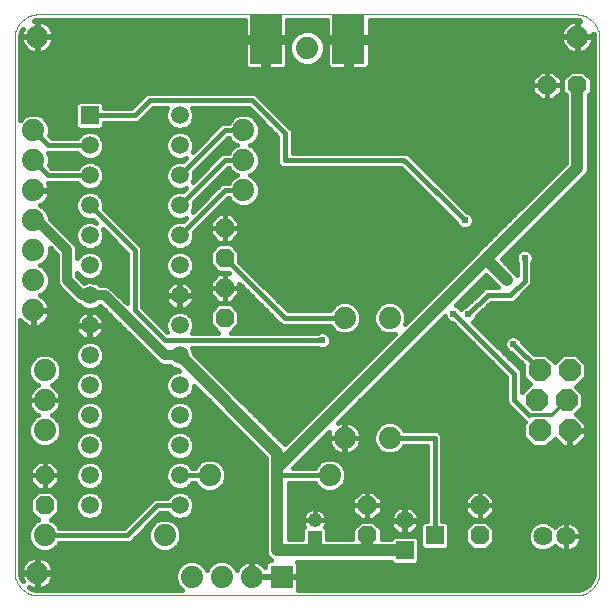
<source format=gbl>
G75*
%MOIN*%
%OFA0B0*%
%FSLAX24Y24*%
%IPPOS*%
%LPD*%
%AMOC8*
5,1,8,0,0,1.08239X$1,22.5*
%
%ADD10C,0.0000*%
%ADD11OC8,0.0740*%
%ADD12C,0.0740*%
%ADD13R,0.0590X0.0590*%
%ADD14C,0.0590*%
%ADD15R,0.0480X0.0480*%
%ADD16C,0.0480*%
%ADD17OC8,0.0630*%
%ADD18R,0.1050X0.1650*%
%ADD19R,0.0740X0.0740*%
%ADD20C,0.0640*%
%ADD21C,0.0320*%
%ADD22C,0.0400*%
%ADD23C,0.0160*%
%ADD24C,0.0238*%
%ADD25C,0.0120*%
D10*
X001467Y001180D02*
X019385Y001180D01*
X019439Y001182D01*
X019492Y001187D01*
X019545Y001196D01*
X019597Y001209D01*
X019649Y001225D01*
X019699Y001245D01*
X019747Y001268D01*
X019794Y001295D01*
X019839Y001324D01*
X019882Y001357D01*
X019922Y001392D01*
X019960Y001430D01*
X019995Y001470D01*
X020028Y001513D01*
X020057Y001558D01*
X020084Y001605D01*
X020107Y001653D01*
X020127Y001703D01*
X020143Y001755D01*
X020156Y001807D01*
X020165Y001860D01*
X020170Y001913D01*
X020172Y001967D01*
X020172Y019763D01*
X020170Y019817D01*
X020165Y019870D01*
X020156Y019923D01*
X020143Y019975D01*
X020127Y020027D01*
X020107Y020077D01*
X020084Y020125D01*
X020057Y020172D01*
X020028Y020217D01*
X019995Y020260D01*
X019960Y020300D01*
X019922Y020338D01*
X019882Y020373D01*
X019839Y020406D01*
X019794Y020435D01*
X019747Y020462D01*
X019699Y020485D01*
X019649Y020505D01*
X019597Y020521D01*
X019545Y020534D01*
X019492Y020543D01*
X019439Y020548D01*
X019385Y020550D01*
X001467Y020550D01*
X001413Y020548D01*
X001360Y020543D01*
X001307Y020534D01*
X001255Y020521D01*
X001203Y020505D01*
X001153Y020485D01*
X001105Y020462D01*
X001058Y020435D01*
X001013Y020406D01*
X000970Y020373D01*
X000930Y020338D01*
X000892Y020300D01*
X000857Y020260D01*
X000824Y020217D01*
X000795Y020172D01*
X000768Y020125D01*
X000745Y020077D01*
X000725Y020027D01*
X000709Y019975D01*
X000696Y019923D01*
X000687Y019870D01*
X000682Y019817D01*
X000680Y019763D01*
X000680Y001967D01*
X000682Y001913D01*
X000687Y001860D01*
X000696Y001807D01*
X000709Y001755D01*
X000725Y001703D01*
X000745Y001653D01*
X000768Y001605D01*
X000795Y001558D01*
X000824Y001513D01*
X000857Y001470D01*
X000892Y001430D01*
X000930Y001392D01*
X000970Y001357D01*
X001013Y001324D01*
X001058Y001295D01*
X001105Y001268D01*
X001153Y001245D01*
X001203Y001225D01*
X001255Y001209D01*
X001307Y001196D01*
X001360Y001187D01*
X001413Y001182D01*
X001467Y001180D01*
X008230Y020555D02*
X012630Y020555D01*
D11*
X018180Y008680D03*
X019180Y008680D03*
X019080Y007680D03*
X019180Y006680D03*
X018180Y006680D03*
X018080Y007680D03*
D12*
X013180Y006430D03*
X011680Y006430D03*
X011180Y005180D03*
X008578Y001807D03*
X007578Y001807D03*
X006578Y001807D03*
X005680Y003180D03*
X007180Y005180D03*
X011680Y010430D03*
X013180Y010430D03*
X008306Y014680D03*
X008306Y015680D03*
X008306Y016680D03*
X010430Y019430D03*
X001430Y019805D03*
X001305Y016681D03*
X001305Y015681D03*
X001305Y014681D03*
X001305Y013681D03*
X001305Y012681D03*
X001305Y011681D03*
X001305Y010681D03*
X001680Y008680D03*
X001680Y007680D03*
X001680Y006680D03*
X001680Y003180D03*
X001430Y001930D03*
X019430Y019805D03*
D13*
X014680Y003180D03*
X013680Y002680D03*
X003180Y017180D03*
D14*
X003180Y016180D03*
X003180Y015180D03*
X003180Y014180D03*
X003180Y013180D03*
X003180Y012180D03*
X003180Y011180D03*
X003180Y010180D03*
X003180Y009180D03*
X003180Y008180D03*
X003180Y007180D03*
X003180Y006180D03*
X003180Y005180D03*
X003180Y004180D03*
X006180Y004180D03*
X006180Y005180D03*
X006180Y006180D03*
X006180Y007180D03*
X006180Y008180D03*
X006180Y009180D03*
X006180Y010180D03*
X006180Y011180D03*
X006180Y012180D03*
X006180Y013180D03*
X006180Y014180D03*
X006180Y015180D03*
X006180Y016180D03*
X006180Y017180D03*
X013680Y003680D03*
D15*
X010680Y003090D03*
D16*
X010680Y003680D03*
D17*
X012430Y003180D03*
X012430Y004180D03*
X016180Y004180D03*
X016180Y003180D03*
X007680Y010430D03*
X007680Y011430D03*
X007680Y012430D03*
X007680Y013430D03*
X001680Y005180D03*
X001680Y004180D03*
X018430Y018180D03*
X019430Y018180D03*
D18*
X011806Y019722D03*
X009054Y019722D03*
D19*
X009578Y001807D03*
D20*
X018286Y003147D03*
X019074Y003147D03*
D21*
X006180Y009180D02*
X005680Y009180D01*
X003680Y011180D01*
X003180Y011180D01*
X002930Y011180D01*
X002430Y011680D01*
X002430Y012680D01*
X001429Y013681D01*
X001305Y013681D01*
D22*
X006180Y009180D02*
X009430Y005930D01*
X009430Y005437D01*
X016385Y012392D01*
X017081Y011697D01*
X016385Y012392D02*
X019430Y015437D01*
X019430Y018180D01*
X009430Y005437D02*
X009430Y005180D01*
X009430Y002680D01*
X010680Y002680D01*
X010680Y003090D01*
X010680Y002680D02*
X012430Y002680D01*
X012430Y003180D01*
X012430Y002680D02*
X013680Y002680D01*
D23*
X001219Y001420D02*
X001155Y001453D01*
X001192Y001426D01*
X001372Y001367D01*
X001467Y001360D01*
X006247Y001360D01*
X006112Y001495D01*
X006028Y001698D01*
X006028Y001916D01*
X006112Y002119D01*
X006267Y002273D01*
X006469Y002357D01*
X006688Y002357D01*
X006890Y002273D01*
X007044Y002119D01*
X007078Y002037D01*
X007112Y002119D01*
X007267Y002273D01*
X007469Y002357D01*
X007688Y002357D01*
X007890Y002273D01*
X008044Y002119D01*
X008078Y002037D01*
X008108Y002095D01*
X008159Y002165D01*
X008220Y002226D01*
X008290Y002277D01*
X008367Y002317D01*
X008449Y002343D01*
X008535Y002357D01*
X008558Y002357D01*
X008558Y001827D01*
X008598Y001827D01*
X008598Y002357D01*
X008622Y002357D01*
X008707Y002343D01*
X008789Y002317D01*
X008866Y002277D01*
X008937Y002226D01*
X008998Y002165D01*
X009028Y002123D01*
X009028Y002201D01*
X009040Y002246D01*
X009064Y002287D01*
X009098Y002321D01*
X009139Y002345D01*
X009185Y002357D01*
X009217Y002357D01*
X009215Y002358D01*
X009108Y002465D01*
X009050Y002604D01*
X009050Y005773D01*
X006655Y008168D01*
X006655Y008086D01*
X006583Y007911D01*
X006449Y007777D01*
X006274Y007705D01*
X006086Y007705D01*
X005911Y007777D01*
X005777Y007911D01*
X005705Y008086D01*
X005705Y008274D01*
X005777Y008449D01*
X005911Y008583D01*
X006086Y008655D01*
X006168Y008655D01*
X006118Y008705D01*
X006086Y008705D01*
X005911Y008777D01*
X005848Y008840D01*
X005612Y008840D01*
X005487Y008892D01*
X005392Y008987D01*
X003539Y010840D01*
X003512Y010840D01*
X003449Y010777D01*
X003274Y010705D01*
X003086Y010705D01*
X002911Y010777D01*
X002838Y010850D01*
X002737Y010892D01*
X002642Y010987D01*
X002642Y010987D01*
X002237Y011392D01*
X002237Y011392D01*
X002142Y011487D01*
X002090Y011612D01*
X002090Y012539D01*
X001855Y012774D01*
X001855Y012571D01*
X001771Y012369D01*
X001617Y012215D01*
X001535Y012181D01*
X001617Y012147D01*
X001771Y011992D01*
X001855Y011790D01*
X001855Y011571D01*
X001771Y011369D01*
X001617Y011215D01*
X001535Y011181D01*
X001593Y011151D01*
X001663Y011100D01*
X001725Y011039D01*
X001775Y010969D01*
X001815Y010892D01*
X001841Y010810D01*
X001855Y010724D01*
X001855Y010701D01*
X001325Y010701D01*
X001325Y010661D01*
X001855Y010661D01*
X001855Y010638D01*
X001841Y010552D01*
X001815Y010470D01*
X001775Y010393D01*
X001725Y010322D01*
X001663Y010261D01*
X001593Y010210D01*
X001516Y010171D01*
X001434Y010144D01*
X001348Y010131D01*
X001325Y010131D01*
X001325Y010661D01*
X001285Y010661D01*
X001285Y010131D01*
X001262Y010131D01*
X001176Y010144D01*
X001094Y010171D01*
X001017Y010210D01*
X000947Y010261D01*
X000885Y010322D01*
X000860Y010358D01*
X000860Y001967D01*
X000867Y001872D01*
X000926Y001692D01*
X000953Y001655D01*
X000920Y001719D01*
X000894Y001801D01*
X000880Y001887D01*
X000880Y001910D01*
X001410Y001910D01*
X001410Y001950D01*
X001410Y002480D01*
X001387Y002480D01*
X001301Y002466D01*
X001219Y002440D01*
X001142Y002400D01*
X001072Y002350D01*
X001010Y002288D01*
X000960Y002218D01*
X000920Y002141D01*
X000894Y002059D01*
X000880Y001973D01*
X000880Y001950D01*
X001410Y001950D01*
X001450Y001950D01*
X001450Y002480D01*
X001473Y002480D01*
X001559Y002466D01*
X001641Y002440D01*
X001718Y002400D01*
X001788Y002350D01*
X001850Y002288D01*
X001900Y002218D01*
X001940Y002141D01*
X001966Y002059D01*
X001980Y001973D01*
X001980Y001950D01*
X001450Y001950D01*
X001450Y001910D01*
X001980Y001910D01*
X001980Y001887D01*
X001966Y001801D01*
X001940Y001719D01*
X001900Y001642D01*
X001850Y001572D01*
X001788Y001510D01*
X001718Y001460D01*
X001641Y001420D01*
X001559Y001394D01*
X001473Y001380D01*
X001450Y001380D01*
X001450Y001910D01*
X001410Y001910D01*
X001410Y001380D01*
X001387Y001380D01*
X001301Y001394D01*
X001219Y001420D01*
X001410Y001497D02*
X001450Y001497D01*
X001450Y001656D02*
X001410Y001656D01*
X001410Y001814D02*
X001450Y001814D01*
X001450Y001973D02*
X001410Y001973D01*
X001410Y002131D02*
X001450Y002131D01*
X001450Y002290D02*
X001410Y002290D01*
X001410Y002448D02*
X001450Y002448D01*
X001616Y002448D02*
X009125Y002448D01*
X009066Y002290D02*
X008843Y002290D01*
X009023Y002131D02*
X009028Y002131D01*
X009128Y001827D02*
X008598Y001827D01*
X008598Y001787D01*
X009558Y001787D01*
X009558Y001827D01*
X009128Y001827D01*
X009558Y001814D02*
X008598Y001814D01*
X008598Y001973D02*
X008558Y001973D01*
X008558Y002131D02*
X008598Y002131D01*
X008598Y002290D02*
X008558Y002290D01*
X008314Y002290D02*
X007851Y002290D01*
X008032Y002131D02*
X008134Y002131D01*
X007306Y002290D02*
X006851Y002290D01*
X007032Y002131D02*
X007124Y002131D01*
X006306Y002290D02*
X001848Y002290D01*
X001943Y002131D02*
X006124Y002131D01*
X006051Y001973D02*
X001980Y001973D01*
X001968Y001814D02*
X006028Y001814D01*
X006046Y001656D02*
X001907Y001656D01*
X001770Y001497D02*
X006111Y001497D01*
X005789Y002630D02*
X005571Y002630D01*
X005368Y002714D01*
X005214Y002868D01*
X005130Y003071D01*
X005130Y003289D01*
X005214Y003492D01*
X005368Y003646D01*
X005571Y003730D01*
X005789Y003730D01*
X005992Y003646D01*
X006146Y003492D01*
X006230Y003289D01*
X006230Y003071D01*
X006146Y002868D01*
X005992Y002714D01*
X005789Y002630D01*
X006043Y002765D02*
X009050Y002765D01*
X009050Y002607D02*
X000860Y002607D01*
X000860Y002765D02*
X001317Y002765D01*
X001368Y002714D02*
X001571Y002630D01*
X001789Y002630D01*
X001992Y002714D01*
X002146Y002868D01*
X002168Y002920D01*
X004482Y002920D01*
X004577Y002960D01*
X005538Y003920D01*
X005774Y003920D01*
X005777Y003911D01*
X005911Y003777D01*
X006086Y003705D01*
X006274Y003705D01*
X006449Y003777D01*
X006583Y003911D01*
X006655Y004086D01*
X006655Y004274D01*
X006583Y004449D01*
X006449Y004583D01*
X006274Y004655D01*
X006086Y004655D01*
X005911Y004583D01*
X005777Y004449D01*
X005774Y004440D01*
X005378Y004440D01*
X005283Y004400D01*
X004322Y003440D01*
X002168Y003440D01*
X002146Y003492D01*
X001992Y003646D01*
X001889Y003689D01*
X002175Y003975D01*
X002175Y004385D01*
X001885Y004675D01*
X001475Y004675D01*
X001185Y004385D01*
X001185Y003975D01*
X001471Y003689D01*
X001368Y003646D01*
X001214Y003492D01*
X001130Y003289D01*
X001130Y003071D01*
X001214Y002868D01*
X001368Y002714D01*
X001191Y002924D02*
X000860Y002924D01*
X000860Y003082D02*
X001130Y003082D01*
X001130Y003241D02*
X000860Y003241D01*
X000860Y003399D02*
X001175Y003399D01*
X001280Y003558D02*
X000860Y003558D01*
X000860Y003716D02*
X001444Y003716D01*
X001285Y003875D02*
X000860Y003875D01*
X000860Y004033D02*
X001185Y004033D01*
X001185Y004192D02*
X000860Y004192D01*
X000860Y004350D02*
X001185Y004350D01*
X001308Y004509D02*
X000860Y004509D01*
X000860Y004667D02*
X001467Y004667D01*
X001475Y004685D02*
X001185Y004975D01*
X001185Y005180D01*
X001680Y005180D01*
X001680Y005180D01*
X001680Y005675D01*
X001885Y005675D01*
X002175Y005385D01*
X002175Y005180D01*
X001680Y005180D01*
X001680Y005180D01*
X001680Y005180D01*
X001680Y005675D01*
X001475Y005675D01*
X001185Y005385D01*
X001185Y005180D01*
X001680Y005180D01*
X002175Y005180D01*
X002175Y004975D01*
X001885Y004685D01*
X001680Y004685D01*
X001680Y005180D01*
X001680Y005180D01*
X001680Y004685D01*
X001475Y004685D01*
X001334Y004826D02*
X000860Y004826D01*
X000860Y004984D02*
X001185Y004984D01*
X001185Y005143D02*
X000860Y005143D01*
X000860Y005301D02*
X001185Y005301D01*
X001259Y005460D02*
X000860Y005460D01*
X000860Y005618D02*
X001418Y005618D01*
X001680Y005618D02*
X001680Y005618D01*
X001680Y005460D02*
X001680Y005460D01*
X001680Y005301D02*
X001680Y005301D01*
X001680Y005143D02*
X001680Y005143D01*
X001680Y004984D02*
X001680Y004984D01*
X001680Y004826D02*
X001680Y004826D01*
X001893Y004667D02*
X006981Y004667D01*
X007071Y004630D02*
X006868Y004714D01*
X006714Y004868D01*
X006692Y004920D01*
X006586Y004920D01*
X006583Y004911D01*
X006449Y004777D01*
X006274Y004705D01*
X006086Y004705D01*
X005911Y004777D01*
X005777Y004911D01*
X005705Y005086D01*
X005705Y005274D01*
X005777Y005449D01*
X005911Y005583D01*
X006086Y005655D01*
X006274Y005655D01*
X006449Y005583D01*
X006583Y005449D01*
X006586Y005440D01*
X006692Y005440D01*
X006714Y005492D01*
X006868Y005646D01*
X007071Y005730D01*
X007289Y005730D01*
X007492Y005646D01*
X007646Y005492D01*
X007730Y005289D01*
X007730Y005071D01*
X007646Y004868D01*
X007492Y004714D01*
X007289Y004630D01*
X007071Y004630D01*
X007379Y004667D02*
X009050Y004667D01*
X009050Y004509D02*
X006523Y004509D01*
X006624Y004350D02*
X009050Y004350D01*
X009050Y004192D02*
X006655Y004192D01*
X006633Y004033D02*
X009050Y004033D01*
X009050Y003875D02*
X006546Y003875D01*
X006301Y003716D02*
X009050Y003716D01*
X009050Y003558D02*
X006080Y003558D01*
X006059Y003716D02*
X005823Y003716D01*
X005814Y003875D02*
X005492Y003875D01*
X005537Y003716D02*
X005334Y003716D01*
X005280Y003558D02*
X005175Y003558D01*
X005175Y003399D02*
X005017Y003399D01*
X005130Y003241D02*
X004858Y003241D01*
X004700Y003082D02*
X005130Y003082D01*
X005191Y002924D02*
X004490Y002924D01*
X004430Y003180D02*
X001680Y003180D01*
X002080Y003558D02*
X004440Y003558D01*
X004598Y003716D02*
X003301Y003716D01*
X003274Y003705D02*
X003449Y003777D01*
X003583Y003911D01*
X003655Y004086D01*
X003655Y004274D01*
X003583Y004449D01*
X003449Y004583D01*
X003274Y004655D01*
X003086Y004655D01*
X002911Y004583D01*
X002777Y004449D01*
X002705Y004274D01*
X002705Y004086D01*
X002777Y003911D01*
X002911Y003777D01*
X003086Y003705D01*
X003274Y003705D01*
X003059Y003716D02*
X001916Y003716D01*
X002075Y003875D02*
X002814Y003875D01*
X002727Y004033D02*
X002175Y004033D01*
X002175Y004192D02*
X002705Y004192D01*
X002736Y004350D02*
X002175Y004350D01*
X002052Y004509D02*
X002837Y004509D01*
X002911Y004777D02*
X003086Y004705D01*
X003274Y004705D01*
X003449Y004777D01*
X003583Y004911D01*
X003655Y005086D01*
X003655Y005274D01*
X003583Y005449D01*
X003449Y005583D01*
X003274Y005655D01*
X003086Y005655D01*
X002911Y005583D01*
X002777Y005449D01*
X002705Y005274D01*
X002705Y005086D01*
X002777Y004911D01*
X002911Y004777D01*
X002863Y004826D02*
X002026Y004826D01*
X002175Y004984D02*
X002747Y004984D01*
X002705Y005143D02*
X002175Y005143D01*
X002175Y005301D02*
X002716Y005301D01*
X002788Y005460D02*
X002101Y005460D01*
X001942Y005618D02*
X002996Y005618D01*
X003086Y005705D02*
X003274Y005705D01*
X003449Y005777D01*
X003583Y005911D01*
X003655Y006086D01*
X003655Y006274D01*
X003583Y006449D01*
X003449Y006583D01*
X003274Y006655D01*
X003086Y006655D01*
X002911Y006583D01*
X002777Y006449D01*
X002705Y006274D01*
X002705Y006086D01*
X002777Y005911D01*
X002911Y005777D01*
X003086Y005705D01*
X002913Y005777D02*
X000860Y005777D01*
X000860Y005935D02*
X002767Y005935D01*
X002705Y006094D02*
X000860Y006094D01*
X000860Y006252D02*
X001330Y006252D01*
X001368Y006214D02*
X001571Y006130D01*
X001789Y006130D01*
X001992Y006214D01*
X002146Y006368D01*
X002230Y006571D01*
X002230Y006789D01*
X002146Y006992D01*
X001992Y007146D01*
X001910Y007180D01*
X001968Y007210D01*
X002038Y007260D01*
X002100Y007322D01*
X002150Y007392D01*
X002190Y007469D01*
X002216Y007551D01*
X002230Y007637D01*
X002230Y007680D01*
X002230Y007723D01*
X002216Y007809D01*
X002190Y007891D01*
X002150Y007968D01*
X002100Y008038D01*
X002038Y008100D01*
X001968Y008150D01*
X001910Y008180D01*
X001992Y008214D01*
X002146Y008368D01*
X002230Y008571D01*
X002230Y008789D01*
X002146Y008992D01*
X001992Y009146D01*
X001789Y009230D01*
X001571Y009230D01*
X001368Y009146D01*
X001214Y008992D01*
X001130Y008789D01*
X001130Y008571D01*
X001214Y008368D01*
X001368Y008214D01*
X001450Y008180D01*
X001392Y008150D01*
X001322Y008100D01*
X001260Y008038D01*
X001210Y007968D01*
X001170Y007891D01*
X001144Y007809D01*
X001130Y007723D01*
X001130Y007680D01*
X001680Y007680D01*
X002230Y007680D01*
X001680Y007680D01*
X001680Y007680D01*
X001680Y007680D01*
X001130Y007680D01*
X001130Y007637D01*
X001144Y007551D01*
X001170Y007469D01*
X001210Y007392D01*
X001260Y007322D01*
X001322Y007260D01*
X001392Y007210D01*
X001450Y007180D01*
X001368Y007146D01*
X001214Y006992D01*
X001130Y006789D01*
X001130Y006571D01*
X001214Y006368D01*
X001368Y006214D01*
X001196Y006411D02*
X000860Y006411D01*
X000860Y006569D02*
X001131Y006569D01*
X001130Y006728D02*
X000860Y006728D01*
X000860Y006886D02*
X001170Y006886D01*
X001267Y007045D02*
X000860Y007045D01*
X000860Y007203D02*
X001405Y007203D01*
X001232Y007362D02*
X000860Y007362D01*
X000860Y007520D02*
X001154Y007520D01*
X001130Y007679D02*
X000860Y007679D01*
X000860Y007837D02*
X001153Y007837D01*
X001229Y007996D02*
X000860Y007996D01*
X000860Y008154D02*
X001399Y008154D01*
X001270Y008313D02*
X000860Y008313D01*
X000860Y008471D02*
X001171Y008471D01*
X001130Y008630D02*
X000860Y008630D01*
X000860Y008788D02*
X001130Y008788D01*
X001195Y008947D02*
X000860Y008947D01*
X000860Y009105D02*
X001327Y009105D01*
X000860Y009264D02*
X002705Y009264D01*
X002705Y009274D02*
X002705Y009086D01*
X002777Y008911D01*
X002911Y008777D01*
X003086Y008705D01*
X003274Y008705D01*
X003449Y008777D01*
X003583Y008911D01*
X003655Y009086D01*
X003655Y009274D01*
X003583Y009449D01*
X003449Y009583D01*
X003274Y009655D01*
X003086Y009655D01*
X002911Y009583D01*
X002777Y009449D01*
X002705Y009274D01*
X002766Y009422D02*
X000860Y009422D01*
X000860Y009581D02*
X002909Y009581D01*
X002998Y009740D02*
X002931Y009774D01*
X002871Y009818D01*
X002818Y009871D01*
X002774Y009931D01*
X002740Y009998D01*
X002717Y010069D01*
X002705Y010143D01*
X002705Y010162D01*
X003162Y010162D01*
X003198Y010162D01*
X003198Y010198D01*
X003655Y010198D01*
X003655Y010217D01*
X003643Y010291D01*
X003620Y010362D01*
X003586Y010429D01*
X003542Y010489D01*
X003489Y010542D01*
X003429Y010586D01*
X003362Y010620D01*
X003291Y010643D01*
X003217Y010655D01*
X003198Y010655D01*
X003198Y010198D01*
X003162Y010198D01*
X003162Y010655D01*
X003143Y010655D01*
X003069Y010643D01*
X002998Y010620D01*
X002931Y010586D01*
X002871Y010542D01*
X002818Y010489D01*
X002774Y010429D01*
X002740Y010362D01*
X002717Y010291D01*
X002705Y010217D01*
X002705Y010198D01*
X003162Y010198D01*
X003162Y010162D01*
X003162Y009705D01*
X003143Y009705D01*
X003069Y009717D01*
X002998Y009740D01*
X003000Y009739D02*
X000860Y009739D01*
X000860Y009898D02*
X002798Y009898D01*
X002721Y010056D02*
X000860Y010056D01*
X000860Y010215D02*
X001011Y010215D01*
X001285Y010215D02*
X001325Y010215D01*
X001325Y010373D02*
X001285Y010373D01*
X001285Y010532D02*
X001325Y010532D01*
X001325Y010690D02*
X003689Y010690D01*
X003848Y010532D02*
X003500Y010532D01*
X003615Y010373D02*
X004006Y010373D01*
X004165Y010215D02*
X003655Y010215D01*
X003655Y010162D02*
X003198Y010162D01*
X003198Y009705D01*
X003217Y009705D01*
X003291Y009717D01*
X003362Y009740D01*
X003429Y009774D01*
X003489Y009818D01*
X003542Y009871D01*
X003586Y009931D01*
X003620Y009998D01*
X003643Y010069D01*
X003655Y010143D01*
X003655Y010162D01*
X003639Y010056D02*
X004323Y010056D01*
X004482Y009898D02*
X003562Y009898D01*
X003360Y009739D02*
X004640Y009739D01*
X004799Y009581D02*
X003451Y009581D01*
X003594Y009422D02*
X004957Y009422D01*
X005116Y009264D02*
X003655Y009264D01*
X003655Y009105D02*
X005274Y009105D01*
X005433Y008947D02*
X003597Y008947D01*
X003460Y008788D02*
X005900Y008788D01*
X006024Y008630D02*
X003336Y008630D01*
X003274Y008655D02*
X003086Y008655D01*
X002911Y008583D01*
X002777Y008449D01*
X002705Y008274D01*
X002705Y008086D01*
X002777Y007911D01*
X002911Y007777D01*
X003086Y007705D01*
X003274Y007705D01*
X003449Y007777D01*
X003583Y007911D01*
X003655Y008086D01*
X003655Y008274D01*
X003583Y008449D01*
X003449Y008583D01*
X003274Y008655D01*
X003024Y008630D02*
X002230Y008630D01*
X002230Y008788D02*
X002900Y008788D01*
X002763Y008947D02*
X002165Y008947D01*
X002033Y009105D02*
X002705Y009105D01*
X003162Y009739D02*
X003198Y009739D01*
X003198Y009898D02*
X003162Y009898D01*
X003162Y010056D02*
X003198Y010056D01*
X003198Y010215D02*
X003162Y010215D01*
X003162Y010373D02*
X003198Y010373D01*
X003198Y010532D02*
X003162Y010532D01*
X002860Y010532D02*
X001835Y010532D01*
X001761Y010373D02*
X002745Y010373D01*
X002705Y010215D02*
X001599Y010215D01*
X001829Y010849D02*
X002840Y010849D01*
X002622Y011007D02*
X001748Y011007D01*
X001565Y011166D02*
X002464Y011166D01*
X002305Y011324D02*
X001726Y011324D01*
X001818Y011483D02*
X002147Y011483D01*
X002090Y011641D02*
X001855Y011641D01*
X001851Y011800D02*
X002090Y011800D01*
X002090Y011958D02*
X001785Y011958D01*
X001647Y012117D02*
X002090Y012117D01*
X002090Y012275D02*
X001677Y012275D01*
X001798Y012434D02*
X002090Y012434D01*
X002037Y012592D02*
X001855Y012592D01*
X001855Y012751D02*
X001879Y012751D01*
X002206Y013385D02*
X002751Y013385D01*
X002777Y013449D02*
X002705Y013274D01*
X002705Y013086D01*
X002777Y012911D01*
X002911Y012777D01*
X003086Y012705D01*
X003274Y012705D01*
X003449Y012777D01*
X003583Y012911D01*
X003655Y013086D01*
X003655Y013274D01*
X003611Y013382D01*
X004420Y012572D01*
X004420Y010921D01*
X003873Y011468D01*
X003748Y011520D01*
X003512Y011520D01*
X003449Y011583D01*
X003274Y011655D01*
X003086Y011655D01*
X002980Y011611D01*
X002770Y011821D01*
X002770Y011929D01*
X002777Y011911D01*
X002911Y011777D01*
X003086Y011705D01*
X003274Y011705D01*
X003449Y011777D01*
X003583Y011911D01*
X003655Y012086D01*
X003655Y012274D01*
X003583Y012449D01*
X003449Y012583D01*
X003274Y012655D01*
X003086Y012655D01*
X002911Y012583D01*
X002777Y012449D01*
X002770Y012431D01*
X002770Y012748D01*
X002718Y012873D01*
X001855Y013736D01*
X001855Y013790D01*
X001771Y013992D01*
X001617Y014147D01*
X001535Y014181D01*
X001593Y014210D01*
X001663Y014261D01*
X001725Y014322D01*
X001775Y014393D01*
X001815Y014470D01*
X001841Y014552D01*
X001855Y014638D01*
X001855Y014661D01*
X001325Y014661D01*
X001325Y014701D01*
X001855Y014701D01*
X001855Y014724D01*
X001841Y014810D01*
X001815Y014892D01*
X001800Y014920D01*
X002774Y014920D01*
X002777Y014911D01*
X002911Y014777D01*
X003086Y014705D01*
X003274Y014705D01*
X003449Y014777D01*
X003583Y014911D01*
X003655Y015086D01*
X003655Y015274D01*
X003583Y015449D01*
X003449Y015583D01*
X003274Y015655D01*
X003086Y015655D01*
X002911Y015583D01*
X002777Y015449D01*
X002774Y015440D01*
X001913Y015440D01*
X001834Y015520D01*
X001855Y015571D01*
X001855Y015790D01*
X001801Y015920D01*
X002774Y015920D01*
X002777Y015911D01*
X002911Y015777D01*
X003086Y015705D01*
X003274Y015705D01*
X003449Y015777D01*
X003583Y015911D01*
X003655Y016086D01*
X003655Y016274D01*
X003583Y016449D01*
X003449Y016583D01*
X003274Y016655D01*
X003086Y016655D01*
X002911Y016583D01*
X002777Y016449D01*
X002774Y016440D01*
X001913Y016440D01*
X001834Y016520D01*
X001855Y016571D01*
X001855Y016790D01*
X001771Y016992D01*
X001617Y017147D01*
X001414Y017231D01*
X001196Y017231D01*
X000993Y017147D01*
X000860Y017014D01*
X000860Y019763D01*
X000867Y019858D01*
X000926Y020038D01*
X000945Y020064D01*
X000920Y020016D01*
X000894Y019934D01*
X000880Y019848D01*
X000880Y019825D01*
X001410Y019825D01*
X001410Y020355D01*
X001387Y020355D01*
X001312Y020343D01*
X001372Y020363D01*
X001467Y020370D01*
X008349Y020370D01*
X008349Y019802D01*
X008974Y019802D01*
X008974Y019642D01*
X009134Y019642D01*
X009134Y018717D01*
X009603Y018717D01*
X009649Y018729D01*
X009690Y018753D01*
X009723Y018787D01*
X009747Y018828D01*
X009759Y018873D01*
X009759Y019642D01*
X009134Y019642D01*
X009134Y019802D01*
X009759Y019802D01*
X009759Y020370D01*
X011101Y020370D01*
X011101Y019802D01*
X011726Y019802D01*
X011726Y019642D01*
X011886Y019642D01*
X011886Y019802D01*
X012511Y019802D01*
X012511Y020370D01*
X019385Y020370D01*
X019480Y020363D01*
X019533Y020345D01*
X019473Y020355D01*
X019450Y020355D01*
X019450Y019825D01*
X019410Y019825D01*
X019410Y020355D01*
X019387Y020355D01*
X019301Y020341D01*
X019219Y020315D01*
X019142Y020275D01*
X019072Y020224D01*
X019010Y020163D01*
X018960Y020093D01*
X018920Y020016D01*
X018894Y019934D01*
X018880Y019848D01*
X018880Y019825D01*
X019410Y019825D01*
X019410Y019785D01*
X018880Y019785D01*
X018880Y019762D01*
X018894Y019676D01*
X018920Y019594D01*
X018960Y019517D01*
X019010Y019447D01*
X019072Y019385D01*
X019142Y019334D01*
X019219Y019295D01*
X019301Y019268D01*
X019387Y019255D01*
X019410Y019255D01*
X019410Y019785D01*
X019450Y019785D01*
X019450Y019825D01*
X019980Y019825D01*
X019980Y019848D01*
X019973Y019895D01*
X019985Y019858D01*
X019992Y019763D01*
X019992Y001967D01*
X019985Y001872D01*
X019926Y001692D01*
X019814Y001538D01*
X019660Y001426D01*
X019480Y001367D01*
X019385Y001360D01*
X010112Y001360D01*
X010116Y001367D01*
X010128Y001413D01*
X010128Y001787D01*
X009598Y001787D01*
X009598Y001827D01*
X010128Y001827D01*
X010128Y002201D01*
X010116Y002246D01*
X010092Y002287D01*
X010080Y002300D01*
X013215Y002300D01*
X013310Y002205D01*
X014050Y002205D01*
X014155Y002310D01*
X014155Y003050D01*
X014050Y003155D01*
X013310Y003155D01*
X013215Y003060D01*
X012925Y003060D01*
X012925Y003385D01*
X012635Y003675D01*
X012225Y003675D01*
X011935Y003385D01*
X011935Y003060D01*
X011100Y003060D01*
X011100Y003405D01*
X011041Y003463D01*
X011069Y003519D01*
X011090Y003582D01*
X011100Y003647D01*
X011100Y003680D01*
X011100Y003713D01*
X011090Y003778D01*
X011069Y003841D01*
X011039Y003900D01*
X011000Y003954D01*
X010954Y004000D01*
X010900Y004039D01*
X010841Y004069D01*
X010778Y004090D01*
X010713Y004100D01*
X010680Y004100D01*
X010680Y003680D01*
X010680Y003680D01*
X011100Y003680D01*
X010680Y003680D01*
X010680Y003680D01*
X010680Y004100D01*
X010647Y004100D01*
X010582Y004090D01*
X010519Y004069D01*
X010460Y004039D01*
X010406Y004000D01*
X010360Y003954D01*
X010321Y003900D01*
X010291Y003841D01*
X010270Y003778D01*
X010260Y003713D01*
X010260Y003680D01*
X010680Y003680D01*
X010680Y003680D01*
X010260Y003680D01*
X010260Y003647D01*
X010270Y003582D01*
X010291Y003519D01*
X010319Y003463D01*
X010260Y003405D01*
X010260Y003060D01*
X009810Y003060D01*
X009810Y004920D01*
X010692Y004920D01*
X010714Y004868D01*
X010868Y004714D01*
X011071Y004630D01*
X011289Y004630D01*
X011492Y004714D01*
X011646Y004868D01*
X011730Y005071D01*
X011730Y005289D01*
X011646Y005492D01*
X011492Y005646D01*
X011289Y005730D01*
X011071Y005730D01*
X010868Y005646D01*
X010714Y005492D01*
X010692Y005440D01*
X009971Y005440D01*
X011170Y006640D01*
X011144Y006558D01*
X011130Y006473D01*
X011130Y006438D01*
X011672Y006438D01*
X011672Y006421D01*
X011689Y006421D01*
X011689Y006438D01*
X012230Y006438D01*
X012230Y006473D01*
X012217Y006558D01*
X012190Y006641D01*
X012151Y006718D01*
X012100Y006788D01*
X012039Y006849D01*
X011969Y006900D01*
X011892Y006939D01*
X011809Y006966D01*
X011724Y006980D01*
X011689Y006980D01*
X011689Y006438D01*
X011672Y006438D01*
X011672Y006980D01*
X011637Y006980D01*
X011552Y006966D01*
X011470Y006940D01*
X015012Y010482D01*
X015050Y010391D01*
X015134Y010307D01*
X015244Y010261D01*
X015269Y010261D01*
X017071Y008459D01*
X017071Y007639D01*
X017111Y007543D01*
X017184Y007470D01*
X017688Y006966D01*
X017630Y006908D01*
X017630Y006452D01*
X017952Y006130D01*
X018408Y006130D01*
X018680Y006402D01*
X018952Y006130D01*
X019160Y006130D01*
X019160Y006660D01*
X019200Y006660D01*
X019200Y006700D01*
X019730Y006700D01*
X019730Y006908D01*
X019408Y007230D01*
X019408Y007230D01*
X019630Y007452D01*
X019630Y007908D01*
X019408Y008130D01*
X019730Y008452D01*
X019730Y008908D01*
X019408Y009230D01*
X018952Y009230D01*
X018680Y008958D01*
X018408Y009230D01*
X017998Y009230D01*
X017598Y009630D01*
X017559Y009724D01*
X017475Y009808D01*
X017365Y009854D01*
X017246Y009854D01*
X017136Y009808D01*
X017052Y009724D01*
X017006Y009614D01*
X017006Y009495D01*
X017052Y009385D01*
X017136Y009301D01*
X017230Y009262D01*
X017630Y008862D01*
X017630Y008452D01*
X017852Y008230D01*
X017591Y007969D01*
X017591Y008618D01*
X017552Y008714D01*
X015967Y010299D01*
X015977Y010303D01*
X016061Y010387D01*
X016101Y010483D01*
X016553Y010936D01*
X017258Y010936D01*
X017353Y010975D01*
X017827Y011449D01*
X017900Y011522D01*
X017940Y011618D01*
X017940Y012276D01*
X017979Y012371D01*
X017979Y012489D01*
X017934Y012599D01*
X017849Y012684D01*
X017739Y012729D01*
X017621Y012729D01*
X017511Y012684D01*
X017426Y012599D01*
X017381Y012489D01*
X017381Y012371D01*
X017420Y012276D01*
X017420Y011871D01*
X017403Y011912D01*
X016923Y012392D01*
X019752Y015221D01*
X019810Y015361D01*
X019810Y017860D01*
X019925Y017975D01*
X019925Y018385D01*
X019635Y018675D01*
X019225Y018675D01*
X018935Y018385D01*
X018935Y017975D01*
X019050Y017860D01*
X019050Y015594D01*
X016170Y012714D01*
X016063Y012607D01*
X013698Y010242D01*
X013730Y010320D01*
X013730Y010539D01*
X013647Y010741D01*
X013492Y010896D01*
X013290Y010980D01*
X013071Y010980D01*
X012869Y010896D01*
X012714Y010741D01*
X012630Y010539D01*
X012630Y010320D01*
X012714Y010118D01*
X012869Y009963D01*
X013071Y009880D01*
X013290Y009880D01*
X013368Y009912D01*
X009677Y006221D01*
X009645Y006252D01*
X006655Y009242D01*
X006655Y009274D01*
X006595Y009420D01*
X010777Y009420D01*
X010871Y009381D01*
X010990Y009381D01*
X011100Y009426D01*
X011184Y009511D01*
X011229Y009621D01*
X011229Y009739D01*
X013195Y009739D01*
X013333Y009898D02*
X013353Y009898D01*
X013036Y009581D02*
X011213Y009581D01*
X011229Y009739D02*
X011184Y009849D01*
X011100Y009934D01*
X010990Y009979D01*
X010871Y009979D01*
X010777Y009940D01*
X007890Y009940D01*
X008175Y010225D01*
X008175Y010635D01*
X007885Y010925D01*
X007475Y010925D01*
X007185Y010635D01*
X007185Y010225D01*
X007470Y009940D01*
X006595Y009940D01*
X006655Y010086D01*
X006655Y010274D01*
X006583Y010449D01*
X006449Y010583D01*
X006274Y010655D01*
X006086Y010655D01*
X005911Y010583D01*
X005777Y010449D01*
X005705Y010274D01*
X005705Y010086D01*
X005749Y009978D01*
X004940Y010788D01*
X004940Y012732D01*
X004900Y012827D01*
X003651Y014076D01*
X003655Y014086D01*
X003655Y014274D01*
X003583Y014449D01*
X003449Y014583D01*
X003274Y014655D01*
X003086Y014655D01*
X002911Y014583D01*
X002777Y014449D01*
X002705Y014274D01*
X002705Y014086D01*
X002777Y013911D01*
X002911Y013777D01*
X003086Y013705D01*
X003274Y013705D01*
X003284Y013709D01*
X003382Y013611D01*
X003274Y013655D01*
X003086Y013655D01*
X002911Y013583D01*
X002777Y013449D01*
X002871Y013543D02*
X002048Y013543D01*
X001889Y013702D02*
X003291Y013702D01*
X002828Y013860D02*
X001826Y013860D01*
X001745Y014019D02*
X002733Y014019D01*
X002705Y014177D02*
X001544Y014177D01*
X001734Y014336D02*
X002730Y014336D01*
X002822Y014494D02*
X001823Y014494D01*
X001855Y014653D02*
X003080Y014653D01*
X003280Y014653D02*
X006080Y014653D01*
X006086Y014655D02*
X005911Y014583D01*
X005777Y014449D01*
X005705Y014274D01*
X005705Y014086D01*
X005777Y013911D01*
X005911Y013777D01*
X006086Y013705D01*
X006274Y013705D01*
X006382Y013749D01*
X006284Y013651D01*
X006274Y013655D01*
X006086Y013655D01*
X005911Y013583D01*
X005777Y013449D01*
X005705Y013274D01*
X005705Y013086D01*
X005777Y012911D01*
X005911Y012777D01*
X006086Y012705D01*
X006274Y012705D01*
X006449Y012777D01*
X006583Y012911D01*
X006655Y013086D01*
X006655Y013274D01*
X006651Y013284D01*
X007788Y014420D01*
X007818Y014420D01*
X007840Y014368D01*
X007994Y014214D01*
X008197Y014130D01*
X008415Y014130D01*
X008618Y014214D01*
X008772Y014368D01*
X008856Y014571D01*
X008856Y014789D01*
X008772Y014992D01*
X008618Y015146D01*
X008536Y015180D01*
X008618Y015214D01*
X008772Y015368D01*
X008856Y015571D01*
X008856Y015789D01*
X008772Y015992D01*
X008618Y016146D01*
X008536Y016180D01*
X008618Y016214D01*
X008772Y016368D01*
X008856Y016571D01*
X008856Y016789D01*
X008772Y016992D01*
X008618Y017146D01*
X008415Y017230D01*
X008197Y017230D01*
X007994Y017146D01*
X007840Y016992D01*
X007818Y016940D01*
X007628Y016940D01*
X007533Y016900D01*
X006611Y015978D01*
X006655Y016086D01*
X006655Y016274D01*
X006583Y016449D01*
X006449Y016583D01*
X006274Y016655D01*
X006086Y016655D01*
X005911Y016583D01*
X005777Y016449D01*
X005705Y016274D01*
X005705Y016086D01*
X005777Y015911D01*
X005911Y015777D01*
X006086Y015705D01*
X006274Y015705D01*
X006382Y015749D01*
X006284Y015651D01*
X006274Y015655D01*
X006086Y015655D01*
X005911Y015583D01*
X005777Y015449D01*
X005705Y015274D01*
X005705Y015086D01*
X005777Y014911D01*
X005911Y014777D01*
X006086Y014705D01*
X006274Y014705D01*
X006382Y014749D01*
X006284Y014651D01*
X006274Y014655D01*
X006086Y014655D01*
X006280Y014653D02*
X006285Y014653D01*
X006611Y014978D02*
X006655Y015086D01*
X006655Y015274D01*
X006651Y015284D01*
X007788Y016420D01*
X007818Y016420D01*
X007840Y016368D01*
X007994Y016214D01*
X008076Y016180D01*
X007994Y016146D01*
X007840Y015992D01*
X007818Y015940D01*
X007628Y015940D01*
X007533Y015900D01*
X006611Y014978D01*
X006655Y015128D02*
X006760Y015128D01*
X006654Y015287D02*
X006919Y015287D01*
X006813Y015445D02*
X007077Y015445D01*
X006971Y015604D02*
X007236Y015604D01*
X007130Y015762D02*
X007394Y015762D01*
X007288Y015921D02*
X007581Y015921D01*
X007447Y016079D02*
X007927Y016079D01*
X007971Y016238D02*
X007605Y016238D01*
X007764Y016396D02*
X007828Y016396D01*
X007680Y016680D02*
X006180Y015180D01*
X005961Y015604D02*
X003399Y015604D01*
X003412Y015762D02*
X005948Y015762D01*
X005773Y015921D02*
X003587Y015921D01*
X003652Y016079D02*
X005708Y016079D01*
X005705Y016238D02*
X003655Y016238D01*
X003605Y016396D02*
X005755Y016396D01*
X005883Y016555D02*
X003477Y016555D01*
X003550Y016705D02*
X003655Y016810D01*
X003655Y016920D01*
X004732Y016920D01*
X004827Y016960D01*
X005288Y017420D01*
X005765Y017420D01*
X005705Y017274D01*
X005705Y017086D01*
X005777Y016911D01*
X005911Y016777D01*
X006086Y016705D01*
X006274Y016705D01*
X006449Y016777D01*
X006583Y016911D01*
X006655Y017086D01*
X006655Y017274D01*
X006595Y017420D01*
X008486Y017420D01*
X009434Y016472D01*
X009434Y015762D01*
X008856Y015762D01*
X008856Y015604D02*
X009432Y015604D01*
X009422Y015628D02*
X009461Y015533D01*
X009534Y015460D01*
X009630Y015420D01*
X013572Y015420D01*
X015387Y013605D01*
X015426Y013511D01*
X015511Y013426D01*
X015621Y013381D01*
X015739Y013381D01*
X015849Y013426D01*
X015934Y013511D01*
X015979Y013621D01*
X015979Y013739D01*
X015934Y013849D01*
X015849Y013934D01*
X015755Y013973D01*
X013934Y015794D01*
X013900Y015827D01*
X013846Y015881D01*
X013705Y015940D01*
X009954Y015940D01*
X009954Y016631D01*
X009915Y016726D01*
X009841Y016800D01*
X008741Y017900D01*
X008645Y017940D01*
X005128Y017940D01*
X005033Y017900D01*
X004960Y017827D01*
X004572Y017440D01*
X003655Y017440D01*
X003655Y017550D01*
X003550Y017655D01*
X002810Y017655D01*
X002705Y017550D01*
X002705Y016810D01*
X002810Y016705D01*
X003550Y016705D01*
X003558Y016713D02*
X006066Y016713D01*
X006294Y016713D02*
X007345Y016713D01*
X007187Y016555D02*
X006477Y016555D01*
X006605Y016396D02*
X007028Y016396D01*
X006870Y016238D02*
X006655Y016238D01*
X006652Y016079D02*
X006711Y016079D01*
X006543Y016872D02*
X007504Y016872D01*
X007680Y016680D02*
X008306Y016680D01*
X008516Y017189D02*
X008717Y017189D01*
X008734Y017030D02*
X008876Y017030D01*
X008822Y016872D02*
X009034Y016872D01*
X009193Y016713D02*
X008856Y016713D01*
X008849Y016555D02*
X009351Y016555D01*
X009434Y016396D02*
X008784Y016396D01*
X008641Y016238D02*
X009434Y016238D01*
X009434Y016079D02*
X008685Y016079D01*
X008802Y015921D02*
X009434Y015921D01*
X009434Y015762D02*
X009422Y015732D01*
X009422Y015628D01*
X009569Y015445D02*
X008804Y015445D01*
X008690Y015287D02*
X013706Y015287D01*
X013864Y015128D02*
X008636Y015128D01*
X008781Y014970D02*
X014023Y014970D01*
X014181Y014811D02*
X008847Y014811D01*
X008856Y014653D02*
X014340Y014653D01*
X014498Y014494D02*
X008824Y014494D01*
X008739Y014336D02*
X014657Y014336D01*
X014815Y014177D02*
X008529Y014177D01*
X008083Y014177D02*
X007545Y014177D01*
X007703Y014336D02*
X007873Y014336D01*
X007885Y013925D02*
X007680Y013925D01*
X007680Y013430D01*
X007680Y013430D01*
X008175Y013430D01*
X008175Y013635D01*
X007885Y013925D01*
X007950Y013860D02*
X015132Y013860D01*
X014974Y014019D02*
X007386Y014019D01*
X007475Y013925D02*
X007185Y013635D01*
X007185Y013430D01*
X007680Y013430D01*
X007680Y013430D01*
X007680Y013430D01*
X007680Y013925D01*
X007475Y013925D01*
X007410Y013860D02*
X007228Y013860D01*
X007251Y013702D02*
X007069Y013702D01*
X007185Y013543D02*
X006911Y013543D01*
X006752Y013385D02*
X007185Y013385D01*
X007185Y013430D02*
X007185Y013225D01*
X007475Y012935D01*
X007680Y012935D01*
X007885Y012935D01*
X008175Y013225D01*
X008175Y013430D01*
X007680Y013430D01*
X007680Y012935D01*
X007680Y013430D01*
X007680Y013430D01*
X007185Y013430D01*
X007185Y013226D02*
X006655Y013226D01*
X006648Y013068D02*
X007342Y013068D01*
X007475Y012925D02*
X007185Y012635D01*
X007185Y012225D01*
X007475Y011935D01*
X007807Y011935D01*
X007817Y011925D01*
X007680Y011925D01*
X007680Y011430D01*
X008175Y011430D01*
X008175Y011567D01*
X009533Y010209D01*
X009629Y010170D01*
X011193Y010170D01*
X011214Y010118D01*
X011369Y009963D01*
X011571Y009880D01*
X011790Y009880D01*
X011992Y009963D01*
X012147Y010118D01*
X012230Y010320D01*
X012230Y010539D01*
X012147Y010741D01*
X011992Y010896D01*
X011790Y010980D01*
X011571Y010980D01*
X011369Y010896D01*
X011214Y010741D01*
X011193Y010690D01*
X009788Y010690D01*
X008175Y012303D01*
X008175Y012635D01*
X007885Y012925D01*
X007475Y012925D01*
X007459Y012909D02*
X006581Y012909D01*
X006384Y012751D02*
X007300Y012751D01*
X007185Y012592D02*
X006427Y012592D01*
X006449Y012583D02*
X006274Y012655D01*
X006086Y012655D01*
X005911Y012583D01*
X005777Y012449D01*
X005705Y012274D01*
X005705Y012086D01*
X005777Y011911D01*
X005911Y011777D01*
X006086Y011705D01*
X006274Y011705D01*
X006449Y011777D01*
X006583Y011911D01*
X006655Y012086D01*
X006655Y012274D01*
X006583Y012449D01*
X006449Y012583D01*
X006589Y012434D02*
X007185Y012434D01*
X007185Y012275D02*
X006655Y012275D01*
X006655Y012117D02*
X007293Y012117D01*
X007452Y011958D02*
X006602Y011958D01*
X006471Y011800D02*
X007349Y011800D01*
X007475Y011925D02*
X007185Y011635D01*
X007185Y011430D01*
X007680Y011430D01*
X007680Y011430D01*
X007680Y011430D01*
X008175Y011430D01*
X008175Y011225D01*
X007885Y010935D01*
X007680Y010935D01*
X007680Y011430D01*
X007680Y011430D01*
X007680Y011430D01*
X007680Y011925D01*
X007475Y011925D01*
X007680Y011800D02*
X007680Y011800D01*
X007680Y011641D02*
X007680Y011641D01*
X007680Y011483D02*
X007680Y011483D01*
X007680Y011430D02*
X007185Y011430D01*
X007185Y011225D01*
X007475Y010935D01*
X007680Y010935D01*
X007680Y011430D01*
X007680Y011324D02*
X007680Y011324D01*
X007680Y011166D02*
X007680Y011166D01*
X007680Y011007D02*
X007680Y011007D01*
X007403Y011007D02*
X006623Y011007D01*
X006620Y010998D02*
X006643Y011069D01*
X006655Y011143D01*
X006655Y011162D01*
X006198Y011162D01*
X006198Y011198D01*
X006655Y011198D01*
X006655Y011217D01*
X006643Y011291D01*
X006620Y011362D01*
X006586Y011429D01*
X006542Y011489D01*
X006489Y011542D01*
X006429Y011586D01*
X006362Y011620D01*
X006291Y011643D01*
X006217Y011655D01*
X006198Y011655D01*
X006198Y011198D01*
X006162Y011198D01*
X006162Y011655D01*
X006143Y011655D01*
X006069Y011643D01*
X005998Y011620D01*
X005931Y011586D01*
X005871Y011542D01*
X005818Y011489D01*
X005774Y011429D01*
X005740Y011362D01*
X005717Y011291D01*
X005705Y011217D01*
X005705Y011198D01*
X006162Y011198D01*
X006162Y011162D01*
X006198Y011162D01*
X006198Y010705D01*
X006217Y010705D01*
X006291Y010717D01*
X006362Y010740D01*
X006429Y010774D01*
X006489Y010818D01*
X006542Y010871D01*
X006586Y010931D01*
X006620Y010998D01*
X006520Y010849D02*
X007398Y010849D01*
X007240Y010690D02*
X005038Y010690D01*
X004940Y010849D02*
X005840Y010849D01*
X005818Y010871D02*
X005871Y010818D01*
X005931Y010774D01*
X005998Y010740D01*
X006069Y010717D01*
X006143Y010705D01*
X006162Y010705D01*
X006162Y011162D01*
X005705Y011162D01*
X005705Y011143D01*
X005717Y011069D01*
X005740Y010998D01*
X005774Y010931D01*
X005818Y010871D01*
X005737Y011007D02*
X004940Y011007D01*
X004940Y011166D02*
X006162Y011166D01*
X006198Y011166D02*
X007244Y011166D01*
X007185Y011324D02*
X006633Y011324D01*
X006547Y011483D02*
X007185Y011483D01*
X007191Y011641D02*
X006298Y011641D01*
X006198Y011641D02*
X006162Y011641D01*
X006062Y011641D02*
X004940Y011641D01*
X004940Y011483D02*
X005813Y011483D01*
X005727Y011324D02*
X004940Y011324D01*
X004940Y011800D02*
X005889Y011800D01*
X005758Y011958D02*
X004940Y011958D01*
X004940Y012117D02*
X005705Y012117D01*
X005705Y012275D02*
X004940Y012275D01*
X004940Y012434D02*
X005771Y012434D01*
X005933Y012592D02*
X004940Y012592D01*
X004932Y012751D02*
X005976Y012751D01*
X005779Y012909D02*
X004819Y012909D01*
X004660Y013068D02*
X005712Y013068D01*
X005705Y013226D02*
X004502Y013226D01*
X004343Y013385D02*
X005751Y013385D01*
X005871Y013543D02*
X004185Y013543D01*
X004026Y013702D02*
X006334Y013702D01*
X006611Y013978D02*
X006655Y014086D01*
X006655Y014274D01*
X006651Y014284D01*
X007788Y015420D01*
X007818Y015420D01*
X007840Y015368D01*
X007994Y015214D01*
X008076Y015180D01*
X007994Y015146D01*
X007840Y014992D01*
X007818Y014940D01*
X007628Y014940D01*
X007533Y014900D01*
X006611Y013978D01*
X006627Y014019D02*
X006651Y014019D01*
X006655Y014177D02*
X006809Y014177D01*
X006703Y014336D02*
X006968Y014336D01*
X006862Y014494D02*
X007126Y014494D01*
X007020Y014653D02*
X007285Y014653D01*
X007179Y014811D02*
X007443Y014811D01*
X007337Y014970D02*
X007831Y014970D01*
X007976Y015128D02*
X007496Y015128D01*
X007654Y015287D02*
X007922Y015287D01*
X007680Y015680D02*
X006180Y014180D01*
X005822Y014494D02*
X003538Y014494D01*
X003630Y014336D02*
X005730Y014336D01*
X005705Y014177D02*
X003655Y014177D01*
X003709Y014019D02*
X005733Y014019D01*
X005828Y013860D02*
X003868Y013860D01*
X003766Y013226D02*
X003655Y013226D01*
X003648Y013068D02*
X003925Y013068D01*
X004083Y012909D02*
X003581Y012909D01*
X003384Y012751D02*
X004242Y012751D01*
X004400Y012592D02*
X003427Y012592D01*
X003589Y012434D02*
X004420Y012434D01*
X004420Y012275D02*
X003655Y012275D01*
X003655Y012117D02*
X004420Y012117D01*
X004420Y011958D02*
X003602Y011958D01*
X003471Y011800D02*
X004420Y011800D01*
X004420Y011641D02*
X003308Y011641D01*
X003052Y011641D02*
X002950Y011641D01*
X002889Y011800D02*
X002791Y011800D01*
X002770Y012434D02*
X002771Y012434D01*
X002770Y012592D02*
X002933Y012592D01*
X002976Y012751D02*
X002769Y012751D01*
X002779Y012909D02*
X002682Y012909D01*
X002712Y013068D02*
X002523Y013068D01*
X002365Y013226D02*
X002705Y013226D01*
X003180Y014180D02*
X004680Y012680D01*
X004680Y010680D01*
X005680Y009680D01*
X010930Y009680D01*
X011136Y009898D02*
X011528Y009898D01*
X011276Y010056D02*
X008006Y010056D01*
X008165Y010215D02*
X009528Y010215D01*
X009369Y010373D02*
X008175Y010373D01*
X008175Y010532D02*
X009211Y010532D01*
X009052Y010690D02*
X008120Y010690D01*
X007962Y010849D02*
X008894Y010849D01*
X008735Y011007D02*
X007957Y011007D01*
X008116Y011166D02*
X008577Y011166D01*
X008418Y011324D02*
X008175Y011324D01*
X008175Y011483D02*
X008260Y011483D01*
X008520Y011958D02*
X015414Y011958D01*
X015572Y012117D02*
X008361Y012117D01*
X008203Y012275D02*
X015731Y012275D01*
X015889Y012434D02*
X008175Y012434D01*
X008175Y012592D02*
X016048Y012592D01*
X016206Y012751D02*
X008060Y012751D01*
X007901Y012909D02*
X016365Y012909D01*
X016523Y013068D02*
X008018Y013068D01*
X008175Y013226D02*
X016682Y013226D01*
X016840Y013385D02*
X015748Y013385D01*
X015612Y013385D02*
X008175Y013385D01*
X008175Y013543D02*
X015413Y013543D01*
X015291Y013702D02*
X008109Y013702D01*
X007680Y013702D02*
X007680Y013702D01*
X007680Y013860D02*
X007680Y013860D01*
X007680Y013543D02*
X007680Y013543D01*
X007680Y013385D02*
X007680Y013385D01*
X007680Y013226D02*
X007680Y013226D01*
X007680Y013068D02*
X007680Y013068D01*
X007680Y012430D02*
X009680Y010430D01*
X011680Y010430D01*
X012085Y010056D02*
X012776Y010056D01*
X012674Y010215D02*
X012187Y010215D01*
X012230Y010373D02*
X012630Y010373D01*
X012630Y010532D02*
X012230Y010532D01*
X012168Y010690D02*
X012693Y010690D01*
X012821Y010849D02*
X012039Y010849D01*
X011321Y010849D02*
X009629Y010849D01*
X009471Y011007D02*
X014463Y011007D01*
X014621Y011166D02*
X009312Y011166D01*
X009154Y011324D02*
X014780Y011324D01*
X014938Y011483D02*
X008995Y011483D01*
X008837Y011641D02*
X015097Y011641D01*
X015255Y011800D02*
X008678Y011800D01*
X009788Y010690D02*
X011193Y010690D01*
X011833Y009898D02*
X013028Y009898D01*
X012878Y009422D02*
X011089Y009422D01*
X011927Y008471D02*
X007426Y008471D01*
X007268Y008630D02*
X012085Y008630D01*
X012244Y008788D02*
X007109Y008788D01*
X006951Y008947D02*
X012402Y008947D01*
X012561Y009105D02*
X006792Y009105D01*
X006655Y009264D02*
X012719Y009264D01*
X013160Y008630D02*
X016901Y008630D01*
X016742Y008788D02*
X013319Y008788D01*
X013477Y008947D02*
X016584Y008947D01*
X016425Y009105D02*
X013636Y009105D01*
X013794Y009264D02*
X016267Y009264D01*
X016108Y009422D02*
X013953Y009422D01*
X014111Y009581D02*
X015950Y009581D01*
X015791Y009739D02*
X014270Y009739D01*
X014428Y009898D02*
X015633Y009898D01*
X015474Y010056D02*
X014587Y010056D01*
X014745Y010215D02*
X015316Y010215D01*
X015068Y010373D02*
X014904Y010373D01*
X015304Y010560D02*
X015337Y010560D01*
X017331Y008567D01*
X017331Y007690D01*
X017841Y007180D01*
X017609Y007045D02*
X011575Y007045D01*
X011672Y006886D02*
X011689Y006886D01*
X011672Y006728D02*
X011689Y006728D01*
X011672Y006569D02*
X011689Y006569D01*
X011689Y006421D02*
X012230Y006421D01*
X012230Y006386D01*
X012217Y006301D01*
X012190Y006218D01*
X012151Y006141D01*
X012100Y006071D01*
X012039Y006010D01*
X011969Y005959D01*
X011892Y005920D01*
X011809Y005893D01*
X011724Y005880D01*
X011689Y005880D01*
X011689Y006421D01*
X011689Y006411D02*
X011672Y006411D01*
X011672Y006421D02*
X011672Y005880D01*
X011637Y005880D01*
X011552Y005893D01*
X011469Y005920D01*
X011392Y005959D01*
X011322Y006010D01*
X011261Y006071D01*
X011210Y006141D01*
X011171Y006218D01*
X011144Y006301D01*
X011130Y006386D01*
X011130Y006421D01*
X011672Y006421D01*
X011672Y006252D02*
X011689Y006252D01*
X011672Y006094D02*
X011689Y006094D01*
X011672Y005935D02*
X011689Y005935D01*
X011921Y005935D02*
X012937Y005935D01*
X012869Y005963D02*
X013071Y005880D01*
X013290Y005880D01*
X013492Y005963D01*
X013647Y006118D01*
X013668Y006170D01*
X014420Y006170D01*
X014420Y003655D01*
X014310Y003655D01*
X014205Y003550D01*
X014205Y002810D01*
X014310Y002705D01*
X015050Y002705D01*
X015155Y002810D01*
X015155Y003550D01*
X015050Y003655D01*
X014940Y003655D01*
X014940Y006481D01*
X014900Y006577D01*
X014827Y006650D01*
X014732Y006690D01*
X013668Y006690D01*
X013647Y006741D01*
X013492Y006896D01*
X013290Y006980D01*
X013071Y006980D01*
X012869Y006896D01*
X012714Y006741D01*
X012630Y006539D01*
X012630Y006320D01*
X012714Y006118D01*
X012869Y005963D01*
X012739Y006094D02*
X012116Y006094D01*
X012201Y006252D02*
X012659Y006252D01*
X012630Y006411D02*
X012230Y006411D01*
X012213Y006569D02*
X012643Y006569D01*
X012708Y006728D02*
X012144Y006728D01*
X011988Y006886D02*
X012859Y006886D01*
X013180Y006430D02*
X014680Y006430D01*
X014680Y003180D01*
X015155Y003241D02*
X015685Y003241D01*
X015685Y003385D02*
X015685Y002975D01*
X015975Y002685D01*
X016385Y002685D01*
X016675Y002975D01*
X016675Y003385D01*
X016385Y003675D01*
X015975Y003675D01*
X015685Y003385D01*
X015699Y003399D02*
X015155Y003399D01*
X015147Y003558D02*
X015857Y003558D01*
X015975Y003685D02*
X015685Y003975D01*
X015685Y004180D01*
X016180Y004180D01*
X016180Y004180D01*
X016180Y004675D01*
X016385Y004675D01*
X016675Y004385D01*
X016675Y004180D01*
X016180Y004180D01*
X016180Y004180D01*
X016180Y004180D01*
X016180Y004675D01*
X015975Y004675D01*
X015685Y004385D01*
X015685Y004180D01*
X016180Y004180D01*
X016675Y004180D01*
X016675Y003975D01*
X016385Y003685D01*
X016180Y003685D01*
X016180Y004180D01*
X016180Y004180D01*
X016180Y003685D01*
X015975Y003685D01*
X015944Y003716D02*
X014940Y003716D01*
X014940Y003875D02*
X015785Y003875D01*
X015685Y004033D02*
X014940Y004033D01*
X014940Y004192D02*
X015685Y004192D01*
X015685Y004350D02*
X014940Y004350D01*
X014940Y004509D02*
X015808Y004509D01*
X015967Y004667D02*
X014940Y004667D01*
X014940Y004826D02*
X019992Y004826D01*
X019992Y004984D02*
X014940Y004984D01*
X014940Y005143D02*
X019992Y005143D01*
X019992Y005301D02*
X014940Y005301D01*
X014940Y005460D02*
X019992Y005460D01*
X019992Y005618D02*
X014940Y005618D01*
X014940Y005777D02*
X019992Y005777D01*
X019992Y005935D02*
X014940Y005935D01*
X014940Y006094D02*
X019992Y006094D01*
X019992Y006252D02*
X019530Y006252D01*
X019408Y006130D02*
X019730Y006452D01*
X019730Y006660D01*
X019200Y006660D01*
X019200Y006130D01*
X019408Y006130D01*
X019200Y006252D02*
X019160Y006252D01*
X019160Y006411D02*
X019200Y006411D01*
X019200Y006569D02*
X019160Y006569D01*
X018830Y006252D02*
X018530Y006252D01*
X017830Y006252D02*
X014940Y006252D01*
X014940Y006411D02*
X017672Y006411D01*
X017630Y006569D02*
X014904Y006569D01*
X014420Y006094D02*
X013622Y006094D01*
X013424Y005935D02*
X014420Y005935D01*
X014420Y005777D02*
X010307Y005777D01*
X010466Y005935D02*
X011440Y005935D01*
X011245Y006094D02*
X010624Y006094D01*
X010783Y006252D02*
X011160Y006252D01*
X011130Y006411D02*
X010941Y006411D01*
X011100Y006569D02*
X011147Y006569D01*
X010659Y007203D02*
X008694Y007203D01*
X008536Y007362D02*
X010817Y007362D01*
X010976Y007520D02*
X008377Y007520D01*
X008219Y007679D02*
X011134Y007679D01*
X011293Y007837D02*
X008060Y007837D01*
X007902Y007996D02*
X011451Y007996D01*
X011610Y008154D02*
X007743Y008154D01*
X007585Y008313D02*
X011768Y008313D01*
X012368Y007837D02*
X017071Y007837D01*
X017071Y007679D02*
X012209Y007679D01*
X012051Y007520D02*
X017134Y007520D01*
X017292Y007362D02*
X011892Y007362D01*
X011734Y007203D02*
X017451Y007203D01*
X017630Y006886D02*
X013502Y006886D01*
X013652Y006728D02*
X017630Y006728D01*
X017591Y007996D02*
X017618Y007996D01*
X017591Y008154D02*
X017776Y008154D01*
X017852Y008230D02*
X017852Y008230D01*
X017770Y008313D02*
X017591Y008313D01*
X017591Y008471D02*
X017630Y008471D01*
X017630Y008630D02*
X017587Y008630D01*
X017630Y008788D02*
X017477Y008788D01*
X017546Y008947D02*
X017319Y008947D01*
X017387Y009105D02*
X017160Y009105D01*
X017227Y009264D02*
X017002Y009264D01*
X017037Y009422D02*
X016843Y009422D01*
X016685Y009581D02*
X017006Y009581D01*
X017066Y009739D02*
X016526Y009739D01*
X016368Y009898D02*
X019992Y009898D01*
X019992Y010056D02*
X016209Y010056D01*
X016051Y010215D02*
X019992Y010215D01*
X019992Y010373D02*
X016047Y010373D01*
X016149Y010532D02*
X019992Y010532D01*
X019992Y010690D02*
X016308Y010690D01*
X016466Y010849D02*
X019992Y010849D01*
X019992Y011007D02*
X017385Y011007D01*
X017543Y011166D02*
X019992Y011166D01*
X019992Y011324D02*
X017702Y011324D01*
X017860Y011483D02*
X019992Y011483D01*
X019992Y011641D02*
X017940Y011641D01*
X017940Y011800D02*
X019992Y011800D01*
X019992Y011958D02*
X017940Y011958D01*
X017940Y012117D02*
X019992Y012117D01*
X019992Y012275D02*
X017940Y012275D01*
X017979Y012434D02*
X019992Y012434D01*
X019992Y012592D02*
X017937Y012592D01*
X017680Y012430D02*
X017680Y011670D01*
X017206Y011196D01*
X016446Y011196D01*
X015806Y010556D01*
X015808Y010556D01*
X015730Y010848D02*
X016225Y011343D01*
X016298Y011416D01*
X016394Y011456D01*
X016784Y011456D01*
X016385Y011855D01*
X015382Y010851D01*
X015473Y010814D01*
X015557Y010730D01*
X015557Y010729D01*
X015638Y010810D01*
X015730Y010848D01*
X015731Y010849D02*
X015389Y010849D01*
X015538Y011007D02*
X015889Y011007D01*
X016048Y011166D02*
X015696Y011166D01*
X015855Y011324D02*
X016206Y011324D01*
X016013Y011483D02*
X016757Y011483D01*
X016599Y011641D02*
X016172Y011641D01*
X016330Y011800D02*
X016440Y011800D01*
X017040Y012275D02*
X017420Y012275D01*
X017420Y012117D02*
X017198Y012117D01*
X017357Y011958D02*
X017420Y011958D01*
X017381Y012434D02*
X016964Y012434D01*
X017123Y012592D02*
X017423Y012592D01*
X017281Y012751D02*
X019992Y012751D01*
X019992Y012909D02*
X017440Y012909D01*
X017598Y013068D02*
X019992Y013068D01*
X019992Y013226D02*
X017757Y013226D01*
X017915Y013385D02*
X019992Y013385D01*
X019992Y013543D02*
X018074Y013543D01*
X018232Y013702D02*
X019992Y013702D01*
X019992Y013860D02*
X018391Y013860D01*
X018549Y014019D02*
X019992Y014019D01*
X019992Y014177D02*
X018708Y014177D01*
X018866Y014336D02*
X019992Y014336D01*
X019992Y014494D02*
X019025Y014494D01*
X019183Y014653D02*
X019992Y014653D01*
X019992Y014811D02*
X019342Y014811D01*
X019500Y014970D02*
X019992Y014970D01*
X019992Y015128D02*
X019659Y015128D01*
X019779Y015287D02*
X019992Y015287D01*
X019992Y015445D02*
X019810Y015445D01*
X019810Y015604D02*
X019992Y015604D01*
X019992Y015762D02*
X019810Y015762D01*
X019810Y015921D02*
X019992Y015921D01*
X019992Y016079D02*
X019810Y016079D01*
X019810Y016238D02*
X019992Y016238D01*
X019992Y016396D02*
X019810Y016396D01*
X019810Y016555D02*
X019992Y016555D01*
X019992Y016713D02*
X019810Y016713D01*
X019810Y016872D02*
X019992Y016872D01*
X019992Y017030D02*
X019810Y017030D01*
X019810Y017189D02*
X019992Y017189D01*
X019992Y017347D02*
X019810Y017347D01*
X019810Y017506D02*
X019992Y017506D01*
X019992Y017664D02*
X019810Y017664D01*
X019810Y017823D02*
X019992Y017823D01*
X019992Y017981D02*
X019925Y017981D01*
X019925Y018140D02*
X019992Y018140D01*
X019992Y018298D02*
X019925Y018298D01*
X019992Y018457D02*
X019854Y018457D01*
X019992Y018615D02*
X019695Y018615D01*
X019992Y018774D02*
X012462Y018774D01*
X012475Y018787D02*
X012499Y018828D01*
X012511Y018873D01*
X012511Y019642D01*
X011886Y019642D01*
X011886Y018717D01*
X012355Y018717D01*
X012400Y018729D01*
X012441Y018753D01*
X012475Y018787D01*
X012511Y018932D02*
X019992Y018932D01*
X019992Y019091D02*
X012511Y019091D01*
X012511Y019249D02*
X019992Y019249D01*
X019992Y019408D02*
X019811Y019408D01*
X019788Y019385D02*
X019850Y019447D01*
X019900Y019517D01*
X019940Y019594D01*
X019966Y019676D01*
X019980Y019762D01*
X019980Y019785D01*
X019450Y019785D01*
X019450Y019255D01*
X019473Y019255D01*
X019559Y019268D01*
X019641Y019295D01*
X019718Y019334D01*
X019788Y019385D01*
X019926Y019566D02*
X019992Y019566D01*
X019992Y019725D02*
X019974Y019725D01*
X019974Y019883D02*
X019976Y019883D01*
X019450Y019883D02*
X019410Y019883D01*
X019410Y019725D02*
X019450Y019725D01*
X019450Y019566D02*
X019410Y019566D01*
X019410Y019408D02*
X019450Y019408D01*
X019049Y019408D02*
X012511Y019408D01*
X012511Y019566D02*
X018934Y019566D01*
X018886Y019725D02*
X011886Y019725D01*
X011886Y019566D02*
X011726Y019566D01*
X011726Y019642D02*
X011726Y018717D01*
X011257Y018717D01*
X011211Y018729D01*
X011170Y018753D01*
X011137Y018787D01*
X011113Y018828D01*
X011101Y018873D01*
X011101Y019642D01*
X011726Y019642D01*
X011726Y019725D02*
X010957Y019725D01*
X010939Y019770D02*
X011030Y019549D01*
X011030Y019311D01*
X010939Y019090D01*
X010770Y018921D01*
X010549Y018830D01*
X010311Y018830D01*
X010090Y018921D01*
X009921Y019090D01*
X009830Y019311D01*
X009830Y019549D01*
X009921Y019770D01*
X010090Y019939D01*
X010311Y020030D01*
X010549Y020030D01*
X010770Y019939D01*
X010939Y019770D01*
X010825Y019883D02*
X011101Y019883D01*
X011101Y020042D02*
X009759Y020042D01*
X009759Y020200D02*
X011101Y020200D01*
X011101Y020359D02*
X009759Y020359D01*
X009759Y019883D02*
X010035Y019883D01*
X009903Y019725D02*
X009134Y019725D01*
X009134Y019566D02*
X008974Y019566D01*
X008974Y019642D02*
X008974Y018717D01*
X008505Y018717D01*
X008460Y018729D01*
X008419Y018753D01*
X008385Y018787D01*
X008361Y018828D01*
X008349Y018873D01*
X008349Y019642D01*
X008974Y019642D01*
X008974Y019725D02*
X001974Y019725D01*
X001980Y019762D02*
X001980Y019785D01*
X001450Y019785D01*
X001450Y019825D01*
X001410Y019825D01*
X001410Y019785D01*
X000880Y019785D01*
X000880Y019762D01*
X000894Y019676D01*
X000920Y019594D01*
X000960Y019517D01*
X001010Y019447D01*
X001072Y019385D01*
X001142Y019334D01*
X001219Y019295D01*
X001301Y019268D01*
X001387Y019255D01*
X001410Y019255D01*
X001410Y019785D01*
X001450Y019785D01*
X001450Y019255D01*
X001473Y019255D01*
X001559Y019268D01*
X001641Y019295D01*
X001718Y019334D01*
X001788Y019385D01*
X001850Y019447D01*
X001900Y019517D01*
X001940Y019594D01*
X001966Y019676D01*
X001980Y019762D01*
X001980Y019825D02*
X001980Y019848D01*
X001966Y019934D01*
X001940Y020016D01*
X001900Y020093D01*
X001850Y020163D01*
X001788Y020224D01*
X001718Y020275D01*
X001641Y020315D01*
X001559Y020341D01*
X001473Y020355D01*
X001450Y020355D01*
X001450Y019825D01*
X001980Y019825D01*
X001974Y019883D02*
X008349Y019883D01*
X008349Y020042D02*
X001927Y020042D01*
X001813Y020200D02*
X008349Y020200D01*
X008349Y020359D02*
X001360Y020359D01*
X001410Y020200D02*
X001450Y020200D01*
X001450Y020042D02*
X001410Y020042D01*
X001410Y019883D02*
X001450Y019883D01*
X001450Y019725D02*
X001410Y019725D01*
X001410Y019566D02*
X001450Y019566D01*
X001450Y019408D02*
X001410Y019408D01*
X001049Y019408D02*
X000860Y019408D01*
X000860Y019566D02*
X000934Y019566D01*
X000886Y019725D02*
X000860Y019725D01*
X000876Y019883D02*
X000886Y019883D01*
X000928Y020042D02*
X000933Y020042D01*
X000860Y019249D02*
X008349Y019249D01*
X008349Y019091D02*
X000860Y019091D01*
X000860Y018932D02*
X008349Y018932D01*
X008398Y018774D02*
X000860Y018774D01*
X000860Y018615D02*
X018165Y018615D01*
X018225Y018675D02*
X017935Y018385D01*
X017935Y018180D01*
X018430Y018180D01*
X018925Y018180D01*
X018925Y018385D01*
X018635Y018675D01*
X018430Y018675D01*
X018430Y018180D01*
X018430Y018180D01*
X018430Y018180D01*
X018925Y018180D01*
X018925Y017975D01*
X018635Y017685D01*
X018430Y017685D01*
X018430Y018180D01*
X018430Y018180D01*
X018430Y018180D01*
X018430Y018675D01*
X018225Y018675D01*
X018430Y018615D02*
X018430Y018615D01*
X018430Y018457D02*
X018430Y018457D01*
X018430Y018298D02*
X018430Y018298D01*
X018430Y018180D02*
X017935Y018180D01*
X017935Y017975D01*
X018225Y017685D01*
X018430Y017685D01*
X018430Y018180D01*
X018430Y018140D02*
X018430Y018140D01*
X018430Y017981D02*
X018430Y017981D01*
X018430Y017823D02*
X018430Y017823D01*
X018773Y017823D02*
X019050Y017823D01*
X019050Y017664D02*
X008977Y017664D01*
X008819Y017823D02*
X018087Y017823D01*
X017935Y017981D02*
X000860Y017981D01*
X000860Y017823D02*
X004955Y017823D01*
X004960Y017827D02*
X004960Y017827D01*
X004796Y017664D02*
X000860Y017664D01*
X000860Y017506D02*
X002705Y017506D01*
X002705Y017347D02*
X000860Y017347D01*
X000860Y017189D02*
X001094Y017189D01*
X000876Y017030D02*
X000860Y017030D01*
X001305Y016681D02*
X001806Y016180D01*
X003180Y016180D01*
X002883Y016555D02*
X001848Y016555D01*
X001855Y016713D02*
X002802Y016713D01*
X002705Y016872D02*
X001821Y016872D01*
X001734Y017030D02*
X002705Y017030D01*
X002705Y017189D02*
X001516Y017189D01*
X000860Y018140D02*
X017935Y018140D01*
X017935Y018298D02*
X000860Y018298D01*
X000860Y018457D02*
X018006Y018457D01*
X018695Y018615D02*
X019165Y018615D01*
X019006Y018457D02*
X018854Y018457D01*
X018925Y018298D02*
X018935Y018298D01*
X018925Y018140D02*
X018935Y018140D01*
X018925Y017981D02*
X018935Y017981D01*
X019050Y017506D02*
X009136Y017506D01*
X009294Y017347D02*
X019050Y017347D01*
X019050Y017189D02*
X009453Y017189D01*
X009611Y017030D02*
X019050Y017030D01*
X019050Y016872D02*
X009770Y016872D01*
X009920Y016713D02*
X019050Y016713D01*
X019050Y016555D02*
X009954Y016555D01*
X009954Y016396D02*
X019050Y016396D01*
X019050Y016238D02*
X009954Y016238D01*
X009954Y016079D02*
X019050Y016079D01*
X019050Y015921D02*
X013752Y015921D01*
X013846Y015881D02*
X013846Y015881D01*
X013966Y015762D02*
X019050Y015762D01*
X019050Y015604D02*
X014124Y015604D01*
X014283Y015445D02*
X018901Y015445D01*
X018742Y015287D02*
X014441Y015287D01*
X014600Y015128D02*
X018584Y015128D01*
X018425Y014970D02*
X014758Y014970D01*
X014917Y014811D02*
X018267Y014811D01*
X018108Y014653D02*
X015075Y014653D01*
X015234Y014494D02*
X017950Y014494D01*
X017791Y014336D02*
X015392Y014336D01*
X015551Y014177D02*
X017633Y014177D01*
X017474Y014019D02*
X015709Y014019D01*
X015923Y013860D02*
X017316Y013860D01*
X017157Y013702D02*
X015979Y013702D01*
X015947Y013543D02*
X016999Y013543D01*
X015680Y013680D02*
X013717Y015643D01*
X013628Y015680D02*
X009682Y015680D01*
X009694Y015693D01*
X009694Y016579D01*
X008593Y017680D01*
X005180Y017680D01*
X004680Y017180D01*
X003180Y017180D01*
X003655Y016872D02*
X005817Y016872D01*
X005728Y017030D02*
X004898Y017030D01*
X005056Y017189D02*
X005705Y017189D01*
X005735Y017347D02*
X005215Y017347D01*
X004638Y017506D02*
X003655Y017506D01*
X002948Y015762D02*
X001855Y015762D01*
X001855Y015604D02*
X002961Y015604D01*
X002776Y015445D02*
X001908Y015445D01*
X001806Y015180D02*
X001305Y015681D01*
X001806Y015180D02*
X003180Y015180D01*
X003607Y014970D02*
X005753Y014970D01*
X005705Y015128D02*
X003655Y015128D01*
X003650Y015287D02*
X005710Y015287D01*
X005776Y015445D02*
X003584Y015445D01*
X003483Y014811D02*
X005877Y014811D01*
X006180Y013180D02*
X007680Y014680D01*
X008306Y014680D01*
X008306Y015680D02*
X007680Y015680D01*
X007878Y017030D02*
X006632Y017030D01*
X006655Y017189D02*
X008096Y017189D01*
X008559Y017347D02*
X006625Y017347D01*
X008349Y019408D02*
X001811Y019408D01*
X001926Y019566D02*
X008349Y019566D01*
X008974Y019408D02*
X009134Y019408D01*
X009134Y019249D02*
X008974Y019249D01*
X008974Y019091D02*
X009134Y019091D01*
X009134Y018932D02*
X008974Y018932D01*
X008974Y018774D02*
X009134Y018774D01*
X009710Y018774D02*
X011150Y018774D01*
X011101Y018932D02*
X010781Y018932D01*
X010939Y019091D02*
X011101Y019091D01*
X011101Y019249D02*
X011004Y019249D01*
X011030Y019408D02*
X011101Y019408D01*
X011101Y019566D02*
X011023Y019566D01*
X011726Y019408D02*
X011886Y019408D01*
X011886Y019249D02*
X011726Y019249D01*
X011726Y019091D02*
X011886Y019091D01*
X011886Y018932D02*
X011726Y018932D01*
X011726Y018774D02*
X011886Y018774D01*
X012511Y019883D02*
X018886Y019883D01*
X018933Y020042D02*
X012511Y020042D01*
X012511Y020200D02*
X019047Y020200D01*
X019410Y020200D02*
X019450Y020200D01*
X019450Y020042D02*
X019410Y020042D01*
X019492Y020359D02*
X012511Y020359D01*
X010079Y018932D02*
X009759Y018932D01*
X009759Y019091D02*
X009921Y019091D01*
X009856Y019249D02*
X009759Y019249D01*
X009759Y019408D02*
X009830Y019408D01*
X009837Y019566D02*
X009759Y019566D01*
X013628Y015680D02*
X013648Y015678D01*
X013667Y015674D01*
X013685Y015666D01*
X013701Y015656D01*
X013716Y015643D01*
X013539Y010849D02*
X014304Y010849D01*
X014146Y010690D02*
X013668Y010690D01*
X013730Y010532D02*
X013987Y010532D01*
X013829Y010373D02*
X013730Y010373D01*
X013002Y008471D02*
X017059Y008471D01*
X017071Y008313D02*
X012843Y008313D01*
X012685Y008154D02*
X017071Y008154D01*
X017071Y007996D02*
X012526Y007996D01*
X010500Y007045D02*
X008853Y007045D01*
X009011Y006886D02*
X010342Y006886D01*
X010183Y006728D02*
X009170Y006728D01*
X009328Y006569D02*
X010025Y006569D01*
X009866Y006411D02*
X009487Y006411D01*
X009645Y006252D02*
X009708Y006252D01*
X010149Y005618D02*
X010840Y005618D01*
X010700Y005460D02*
X009990Y005460D01*
X009430Y005180D02*
X011180Y005180D01*
X010981Y004667D02*
X009810Y004667D01*
X009810Y004509D02*
X012058Y004509D01*
X011935Y004385D02*
X011935Y004180D01*
X012430Y004180D01*
X012430Y004180D01*
X012430Y004675D01*
X012635Y004675D01*
X012925Y004385D01*
X012925Y004180D01*
X012430Y004180D01*
X012430Y004180D01*
X012430Y004180D01*
X012430Y004675D01*
X012225Y004675D01*
X011935Y004385D01*
X011935Y004350D02*
X009810Y004350D01*
X009810Y004192D02*
X011935Y004192D01*
X011935Y004180D02*
X011935Y003975D01*
X012225Y003685D01*
X012430Y003685D01*
X012635Y003685D01*
X012925Y003975D01*
X012925Y004180D01*
X012430Y004180D01*
X012430Y003685D01*
X012430Y004180D01*
X012430Y004180D01*
X011935Y004180D01*
X011935Y004033D02*
X010909Y004033D01*
X011052Y003875D02*
X012035Y003875D01*
X012194Y003716D02*
X011100Y003716D01*
X011082Y003558D02*
X012107Y003558D01*
X011949Y003399D02*
X011100Y003399D01*
X011100Y003241D02*
X011935Y003241D01*
X011935Y003082D02*
X011100Y003082D01*
X010680Y003716D02*
X010680Y003716D01*
X010680Y003875D02*
X010680Y003875D01*
X010680Y004033D02*
X010680Y004033D01*
X010451Y004033D02*
X009810Y004033D01*
X009810Y003875D02*
X010308Y003875D01*
X010260Y003716D02*
X009810Y003716D01*
X009810Y003558D02*
X010278Y003558D01*
X010260Y003399D02*
X009810Y003399D01*
X009810Y003241D02*
X010260Y003241D01*
X010260Y003082D02*
X009810Y003082D01*
X009050Y003082D02*
X006230Y003082D01*
X006230Y003241D02*
X009050Y003241D01*
X009050Y003399D02*
X006185Y003399D01*
X006169Y002924D02*
X009050Y002924D01*
X009598Y001814D02*
X019966Y001814D01*
X019992Y001973D02*
X010128Y001973D01*
X010128Y002131D02*
X019992Y002131D01*
X019992Y002290D02*
X014134Y002290D01*
X014155Y002448D02*
X019992Y002448D01*
X019992Y002607D02*
X014155Y002607D01*
X014155Y002765D02*
X014250Y002765D01*
X014205Y002924D02*
X014155Y002924D01*
X014123Y003082D02*
X014205Y003082D01*
X014205Y003241D02*
X013864Y003241D01*
X013862Y003240D02*
X013929Y003274D01*
X013989Y003318D01*
X014042Y003371D01*
X014086Y003431D01*
X014120Y003498D01*
X014143Y003569D01*
X014155Y003643D01*
X014155Y003662D01*
X013698Y003662D01*
X013698Y003698D01*
X013662Y003698D01*
X013662Y004155D01*
X013643Y004155D01*
X013569Y004143D01*
X013498Y004120D01*
X013431Y004086D01*
X013371Y004042D01*
X013318Y003989D01*
X013274Y003929D01*
X013240Y003862D01*
X013217Y003791D01*
X013205Y003717D01*
X013205Y003698D01*
X013662Y003698D01*
X013662Y003662D01*
X013205Y003662D01*
X013205Y003643D01*
X013217Y003569D01*
X013240Y003498D01*
X013274Y003431D01*
X013318Y003371D01*
X013371Y003318D01*
X013431Y003274D01*
X013498Y003240D01*
X013569Y003217D01*
X013643Y003205D01*
X013662Y003205D01*
X013662Y003662D01*
X013698Y003662D01*
X013698Y003205D01*
X013717Y003205D01*
X013791Y003217D01*
X013862Y003240D01*
X013698Y003241D02*
X013662Y003241D01*
X013662Y003399D02*
X013698Y003399D01*
X013698Y003558D02*
X013662Y003558D01*
X013698Y003698D02*
X014155Y003698D01*
X014155Y003717D01*
X014143Y003791D01*
X014120Y003862D01*
X014086Y003929D01*
X014042Y003989D01*
X013989Y004042D01*
X013929Y004086D01*
X013862Y004120D01*
X013791Y004143D01*
X013717Y004155D01*
X013698Y004155D01*
X013698Y003698D01*
X013698Y003716D02*
X013662Y003716D01*
X013662Y003875D02*
X013698Y003875D01*
X013698Y004033D02*
X013662Y004033D01*
X013361Y004033D02*
X012925Y004033D01*
X012925Y004192D02*
X014420Y004192D01*
X014420Y004350D02*
X012925Y004350D01*
X012802Y004509D02*
X014420Y004509D01*
X014420Y004667D02*
X012643Y004667D01*
X012430Y004667D02*
X012430Y004667D01*
X012430Y004509D02*
X012430Y004509D01*
X012430Y004350D02*
X012430Y004350D01*
X012430Y004192D02*
X012430Y004192D01*
X012430Y004033D02*
X012430Y004033D01*
X012430Y003875D02*
X012430Y003875D01*
X012430Y003716D02*
X012430Y003716D01*
X012666Y003716D02*
X013205Y003716D01*
X013220Y003558D02*
X012753Y003558D01*
X012911Y003399D02*
X013297Y003399D01*
X013496Y003241D02*
X012925Y003241D01*
X012925Y003082D02*
X013237Y003082D01*
X013246Y003875D02*
X012825Y003875D01*
X012217Y004667D02*
X011379Y004667D01*
X011603Y004826D02*
X014420Y004826D01*
X014420Y004984D02*
X011694Y004984D01*
X011730Y005143D02*
X014420Y005143D01*
X014420Y005301D02*
X011725Y005301D01*
X011660Y005460D02*
X014420Y005460D01*
X014420Y005618D02*
X011520Y005618D01*
X010757Y004826D02*
X009810Y004826D01*
X009050Y004826D02*
X007603Y004826D01*
X007694Y004984D02*
X009050Y004984D01*
X009050Y005143D02*
X007730Y005143D01*
X007725Y005301D02*
X009050Y005301D01*
X009050Y005460D02*
X007660Y005460D01*
X007520Y005618D02*
X009050Y005618D01*
X009046Y005777D02*
X006447Y005777D01*
X006449Y005777D02*
X006583Y005911D01*
X006655Y006086D01*
X006655Y006274D01*
X006583Y006449D01*
X006449Y006583D01*
X006274Y006655D01*
X006086Y006655D01*
X005911Y006583D01*
X005777Y006449D01*
X005705Y006274D01*
X005705Y006086D01*
X005777Y005911D01*
X005911Y005777D01*
X006086Y005705D01*
X006274Y005705D01*
X006449Y005777D01*
X006364Y005618D02*
X006840Y005618D01*
X006700Y005460D02*
X006572Y005460D01*
X006593Y005935D02*
X008888Y005935D01*
X008729Y006094D02*
X006655Y006094D01*
X006655Y006252D02*
X008571Y006252D01*
X008412Y006411D02*
X006599Y006411D01*
X006463Y006569D02*
X008254Y006569D01*
X008095Y006728D02*
X006329Y006728D01*
X006274Y006705D02*
X006449Y006777D01*
X006583Y006911D01*
X006655Y007086D01*
X006655Y007274D01*
X006583Y007449D01*
X006449Y007583D01*
X006274Y007655D01*
X006086Y007655D01*
X005911Y007583D01*
X005777Y007449D01*
X005705Y007274D01*
X005705Y007086D01*
X005777Y006911D01*
X005911Y006777D01*
X006086Y006705D01*
X006274Y006705D01*
X006031Y006728D02*
X003329Y006728D01*
X003274Y006705D02*
X003449Y006777D01*
X003583Y006911D01*
X003655Y007086D01*
X003655Y007274D01*
X003583Y007449D01*
X003449Y007583D01*
X003274Y007655D01*
X003086Y007655D01*
X002911Y007583D01*
X002777Y007449D01*
X002705Y007274D01*
X002705Y007086D01*
X002777Y006911D01*
X002911Y006777D01*
X003086Y006705D01*
X003274Y006705D01*
X003463Y006569D02*
X005897Y006569D01*
X005761Y006411D02*
X003599Y006411D01*
X003655Y006252D02*
X005705Y006252D01*
X005705Y006094D02*
X003655Y006094D01*
X003593Y005935D02*
X005767Y005935D01*
X005913Y005777D02*
X003447Y005777D01*
X003364Y005618D02*
X005996Y005618D01*
X005788Y005460D02*
X003572Y005460D01*
X003644Y005301D02*
X005716Y005301D01*
X005705Y005143D02*
X003655Y005143D01*
X003613Y004984D02*
X005747Y004984D01*
X005863Y004826D02*
X003497Y004826D01*
X003523Y004509D02*
X005837Y004509D01*
X006180Y004180D02*
X005430Y004180D01*
X004430Y003180D01*
X004757Y003875D02*
X003546Y003875D01*
X003633Y004033D02*
X004915Y004033D01*
X005074Y004192D02*
X003655Y004192D01*
X003624Y004350D02*
X005232Y004350D01*
X006180Y005180D02*
X007180Y005180D01*
X006757Y004826D02*
X006497Y004826D01*
X005317Y002765D02*
X002043Y002765D01*
X001244Y002448D02*
X000860Y002448D01*
X000860Y002290D02*
X001012Y002290D01*
X000917Y002131D02*
X000860Y002131D01*
X000860Y001973D02*
X000880Y001973D01*
X000886Y001814D02*
X000892Y001814D01*
X000952Y001656D02*
X000953Y001656D01*
X002030Y006252D02*
X002705Y006252D01*
X002761Y006411D02*
X002164Y006411D01*
X002229Y006569D02*
X002897Y006569D01*
X003031Y006728D02*
X002230Y006728D01*
X002190Y006886D02*
X002802Y006886D01*
X002722Y007045D02*
X002093Y007045D01*
X001955Y007203D02*
X002705Y007203D01*
X002741Y007362D02*
X002128Y007362D01*
X002206Y007520D02*
X002848Y007520D01*
X002851Y007837D02*
X002207Y007837D01*
X002230Y007679D02*
X007144Y007679D01*
X006986Y007837D02*
X006509Y007837D01*
X006618Y007996D02*
X006827Y007996D01*
X006669Y008154D02*
X006655Y008154D01*
X006512Y007520D02*
X007303Y007520D01*
X007461Y007362D02*
X006619Y007362D01*
X006655Y007203D02*
X007620Y007203D01*
X007778Y007045D02*
X006638Y007045D01*
X006558Y006886D02*
X007937Y006886D01*
X005802Y006886D02*
X003558Y006886D01*
X003638Y007045D02*
X005722Y007045D01*
X005705Y007203D02*
X003655Y007203D01*
X003619Y007362D02*
X005741Y007362D01*
X005848Y007520D02*
X003512Y007520D01*
X003509Y007837D02*
X005851Y007837D01*
X005742Y007996D02*
X003618Y007996D01*
X003655Y008154D02*
X005705Y008154D01*
X005721Y008313D02*
X003639Y008313D01*
X003561Y008471D02*
X005799Y008471D01*
X005717Y010056D02*
X005672Y010056D01*
X005705Y010215D02*
X005513Y010215D01*
X005355Y010373D02*
X005746Y010373D01*
X005860Y010532D02*
X005196Y010532D01*
X004420Y011007D02*
X004334Y011007D01*
X004420Y011166D02*
X004175Y011166D01*
X004017Y011324D02*
X004420Y011324D01*
X004420Y011483D02*
X003838Y011483D01*
X006162Y011483D02*
X006198Y011483D01*
X006198Y011324D02*
X006162Y011324D01*
X006162Y011007D02*
X006198Y011007D01*
X006198Y010849D02*
X006162Y010849D01*
X006500Y010532D02*
X007185Y010532D01*
X007185Y010373D02*
X006614Y010373D01*
X006655Y010215D02*
X007195Y010215D01*
X007354Y010056D02*
X006643Y010056D01*
X002799Y008471D02*
X002189Y008471D01*
X002090Y008313D02*
X002721Y008313D01*
X002705Y008154D02*
X001961Y008154D01*
X002131Y007996D02*
X002742Y007996D01*
X002877Y014811D02*
X001841Y014811D01*
X010090Y002290D02*
X013226Y002290D01*
X014063Y003399D02*
X014205Y003399D01*
X014213Y003558D02*
X014140Y003558D01*
X014155Y003716D02*
X014420Y003716D01*
X014420Y003875D02*
X014114Y003875D01*
X013999Y004033D02*
X014420Y004033D01*
X015155Y003082D02*
X015685Y003082D01*
X015736Y002924D02*
X015155Y002924D01*
X015110Y002765D02*
X015895Y002765D01*
X016465Y002765D02*
X017961Y002765D01*
X018003Y002723D02*
X018187Y002647D01*
X018386Y002647D01*
X018570Y002723D01*
X018682Y002835D01*
X018692Y002821D01*
X018748Y002765D01*
X018812Y002719D01*
X018882Y002683D01*
X018957Y002659D01*
X019034Y002647D01*
X019074Y002647D01*
X019113Y002647D01*
X019191Y002659D01*
X019266Y002683D01*
X019336Y002719D01*
X019399Y002765D01*
X019992Y002765D01*
X019992Y002924D02*
X019521Y002924D01*
X019537Y002955D02*
X019501Y002884D01*
X019455Y002821D01*
X019399Y002765D01*
X019537Y002955D02*
X019561Y003029D01*
X019574Y003107D01*
X019574Y003147D01*
X019574Y003186D01*
X019561Y003264D01*
X019537Y003338D01*
X019501Y003409D01*
X019455Y003472D01*
X019399Y003528D01*
X019336Y003574D01*
X019266Y003610D01*
X019191Y003634D01*
X019113Y003647D01*
X019074Y003647D01*
X019074Y003147D01*
X019074Y003147D01*
X019574Y003147D01*
X019074Y003147D01*
X019074Y003147D01*
X019074Y003647D01*
X019034Y003647D01*
X018957Y003634D01*
X018882Y003610D01*
X018812Y003574D01*
X018748Y003528D01*
X018692Y003472D01*
X018682Y003458D01*
X018570Y003570D01*
X018386Y003647D01*
X018187Y003647D01*
X018003Y003570D01*
X017862Y003430D01*
X017786Y003246D01*
X017786Y003047D01*
X017862Y002863D01*
X018003Y002723D01*
X017837Y002924D02*
X016624Y002924D01*
X016675Y003082D02*
X017786Y003082D01*
X017786Y003241D02*
X016675Y003241D01*
X016661Y003399D02*
X017850Y003399D01*
X017990Y003558D02*
X016503Y003558D01*
X016416Y003716D02*
X019992Y003716D01*
X019992Y003558D02*
X019359Y003558D01*
X019506Y003399D02*
X019992Y003399D01*
X019992Y003241D02*
X019565Y003241D01*
X019570Y003082D02*
X019992Y003082D01*
X019992Y003875D02*
X016575Y003875D01*
X016675Y004033D02*
X019992Y004033D01*
X019992Y004192D02*
X016675Y004192D01*
X016675Y004350D02*
X019992Y004350D01*
X019992Y004509D02*
X016552Y004509D01*
X016393Y004667D02*
X019992Y004667D01*
X019074Y003558D02*
X019074Y003558D01*
X019074Y003399D02*
X019074Y003399D01*
X019074Y003241D02*
X019074Y003241D01*
X019074Y003147D02*
X019074Y002647D01*
X019074Y003147D01*
X019074Y003147D01*
X019074Y003082D02*
X019074Y003082D01*
X019074Y002924D02*
X019074Y002924D01*
X019074Y002765D02*
X019074Y002765D01*
X018748Y002765D02*
X018612Y002765D01*
X018582Y003558D02*
X018789Y003558D01*
X019900Y001656D02*
X010128Y001656D01*
X010128Y001497D02*
X019758Y001497D01*
X016180Y003716D02*
X016180Y003716D01*
X016180Y003875D02*
X016180Y003875D01*
X016180Y004033D02*
X016180Y004033D01*
X016180Y004192D02*
X016180Y004192D01*
X016180Y004350D02*
X016180Y004350D01*
X016180Y004509D02*
X016180Y004509D01*
X016180Y004667D02*
X016180Y004667D01*
X019435Y007203D02*
X019992Y007203D01*
X019992Y007045D02*
X019593Y007045D01*
X019730Y006886D02*
X019992Y006886D01*
X019992Y006728D02*
X019730Y006728D01*
X019730Y006569D02*
X019992Y006569D01*
X019992Y006411D02*
X019688Y006411D01*
X019539Y007362D02*
X019992Y007362D01*
X019992Y007520D02*
X019630Y007520D01*
X019630Y007679D02*
X019992Y007679D01*
X019992Y007837D02*
X019630Y007837D01*
X019542Y007996D02*
X019992Y007996D01*
X019992Y008154D02*
X019432Y008154D01*
X019408Y008130D02*
X019408Y008130D01*
X019590Y008313D02*
X019992Y008313D01*
X019992Y008471D02*
X019730Y008471D01*
X019730Y008630D02*
X019992Y008630D01*
X019992Y008788D02*
X019730Y008788D01*
X019691Y008947D02*
X019992Y008947D01*
X019992Y009105D02*
X019533Y009105D01*
X019992Y009264D02*
X017964Y009264D01*
X017806Y009422D02*
X019992Y009422D01*
X019992Y009581D02*
X017647Y009581D01*
X017544Y009739D02*
X019992Y009739D01*
X018827Y009105D02*
X018533Y009105D01*
X018180Y008680D02*
X017305Y009555D01*
D24*
X017305Y009555D03*
X017302Y009052D03*
X018055Y009555D03*
X018055Y010054D03*
X018558Y009553D03*
X019180Y010930D03*
X019680Y010930D03*
X019680Y010180D03*
X018688Y011684D03*
X018181Y012056D03*
X017680Y012430D03*
X017931Y012930D03*
X018680Y012930D03*
X018556Y013680D03*
X017805Y014929D03*
X017180Y014180D03*
X016555Y013557D03*
X015930Y012805D03*
X015680Y013680D03*
X015430Y014430D03*
X016183Y014562D03*
X016180Y015430D03*
X015431Y015438D03*
X015430Y016180D03*
X016180Y016930D03*
X015430Y017680D03*
X015430Y018680D03*
X016180Y019430D03*
X016180Y020180D03*
X015430Y020180D03*
X014936Y020183D03*
X014680Y020180D03*
X014185Y020183D03*
X013930Y020180D03*
X013559Y020183D03*
X013305Y020180D03*
X012933Y020183D03*
X012680Y020180D03*
X012680Y019430D03*
X013305Y019430D03*
X013936Y019435D03*
X014680Y019430D03*
X013930Y018680D03*
X013305Y018680D03*
X012680Y018680D03*
X012550Y018200D03*
X012180Y018555D03*
X011799Y018200D03*
X011679Y017806D03*
X011929Y017806D03*
X012181Y017805D03*
X012431Y017554D03*
X012430Y017305D03*
X012431Y017054D03*
X012430Y016805D03*
X012430Y016557D03*
X012430Y016307D03*
X012430Y016055D03*
X012806Y016056D03*
X012806Y016554D03*
X012806Y017054D03*
X013180Y016930D03*
X012807Y017554D03*
X013050Y017950D03*
X013930Y017680D03*
X014680Y016930D03*
X013930Y016055D03*
X013310Y016054D03*
X013056Y015305D03*
X013430Y015180D03*
X012806Y015305D03*
X012555Y015305D03*
X012305Y015305D03*
X012430Y014430D03*
X012930Y013430D03*
X012430Y012930D03*
X013180Y012180D03*
X013680Y012680D03*
X014430Y012930D03*
X014930Y013680D03*
X014180Y014430D03*
X013680Y013680D03*
X014680Y015430D03*
X016930Y016180D03*
X017680Y016930D03*
X018054Y016180D03*
X018555Y015557D03*
X018557Y016936D03*
X018557Y017437D03*
X017680Y018180D03*
X016930Y017680D03*
X016930Y018680D03*
X017680Y019430D03*
X017680Y020180D03*
X016930Y020180D03*
X018430Y020180D03*
X018430Y019430D03*
X019930Y018930D03*
X017081Y011697D03*
X016055Y011305D03*
X015555Y010805D03*
X015304Y010560D03*
X015808Y010556D03*
X015808Y009306D03*
X017177Y010179D03*
X015808Y007804D03*
X015805Y006304D03*
X015805Y005178D03*
X015180Y004430D03*
X015430Y003930D03*
X015430Y002680D03*
X015555Y001430D03*
X016680Y001430D03*
X016683Y002668D03*
X017680Y002680D03*
X018682Y001430D03*
X019806Y001806D03*
X019930Y003180D03*
X019930Y004180D03*
X019930Y005180D03*
X018680Y005180D03*
X018680Y004180D03*
X017430Y004180D03*
X017430Y005180D03*
X017430Y006180D03*
X014180Y004180D03*
X013930Y004930D03*
X013930Y005930D03*
X013180Y005680D03*
X012430Y005180D03*
X011680Y005680D03*
X012430Y006180D03*
X012430Y007054D03*
X013930Y007180D03*
X013930Y008430D03*
X012430Y009182D03*
X011682Y009180D03*
X010930Y009680D03*
X011056Y010055D03*
X011056Y011055D03*
X011056Y012055D03*
X011056Y012930D03*
X011056Y013680D03*
X010930Y014430D03*
X011055Y015305D03*
X011055Y016055D03*
X010805Y016180D03*
X010180Y016178D03*
X010180Y016804D03*
X010055Y017055D03*
X009930Y017305D03*
X009930Y017555D03*
X009930Y017805D03*
X009930Y018055D03*
X009930Y018305D03*
X009930Y018556D03*
X009805Y018807D03*
X009805Y019180D03*
X009430Y018555D03*
X009055Y018055D03*
X009305Y017430D03*
X009301Y016428D03*
X009301Y016052D03*
X009301Y015676D03*
X009552Y015301D03*
X008804Y015182D03*
X008804Y016180D03*
X007804Y016180D03*
X007804Y015180D03*
X007802Y014179D03*
X006930Y013430D03*
X006930Y012680D03*
X006930Y011680D03*
X006930Y010930D03*
X006798Y009305D03*
X007430Y008930D03*
X007930Y008430D03*
X008430Y007930D03*
X008930Y007430D03*
X009430Y007930D03*
X009180Y008680D03*
X008680Y009180D03*
X006930Y007430D03*
X007430Y006930D03*
X008055Y006555D03*
X008554Y006056D03*
X009430Y006680D03*
X010556Y005805D03*
X010680Y004680D03*
X011430Y004180D03*
X011680Y003180D03*
X011555Y002180D03*
X011555Y001430D03*
X010430Y001430D03*
X009930Y003180D03*
X009927Y004423D03*
X008805Y004431D03*
X008055Y003930D03*
X007680Y004432D03*
X006929Y004055D03*
X007421Y003549D03*
X006305Y003430D03*
X005555Y002430D03*
X005555Y001430D03*
X004680Y001430D03*
X004680Y002430D03*
X003680Y002430D03*
X003680Y001430D03*
X002680Y001430D03*
X002680Y002430D03*
X002430Y003805D03*
X002430Y005180D03*
X002430Y006180D03*
X000930Y006180D03*
X000930Y005180D03*
X000930Y004180D03*
X000930Y002930D03*
X003930Y004430D03*
X003930Y005430D03*
X003930Y006430D03*
X004671Y006928D03*
X003930Y007430D03*
X003930Y008430D03*
X003930Y009430D03*
X002682Y009669D03*
X001795Y009437D03*
X000930Y009180D03*
X002677Y008688D03*
X003930Y011430D03*
X003930Y012430D03*
X005430Y012430D03*
X005430Y011430D03*
X005430Y010430D03*
X005430Y008430D03*
X005430Y007430D03*
X005430Y006430D03*
X005430Y005430D03*
X005180Y004555D03*
X006680Y004680D03*
X007430Y005930D03*
X012430Y010055D03*
X012430Y010929D03*
X012419Y011806D03*
X013930Y010929D03*
X014806Y011554D03*
X011057Y017304D03*
X010932Y017555D03*
X010930Y017805D03*
X010932Y018055D03*
X010930Y018305D03*
X010932Y018556D03*
X011057Y018807D03*
X011055Y019180D03*
X011430Y018555D03*
X011428Y017806D03*
X011055Y020180D03*
X009805Y020180D03*
X008680Y018555D03*
X008055Y018180D03*
X007555Y018680D03*
X007555Y019430D03*
X008180Y019430D03*
X008180Y020180D03*
X007927Y020184D03*
X007555Y020180D03*
X007301Y020184D03*
X006930Y020180D03*
X006675Y020184D03*
X006180Y020180D03*
X005930Y020180D03*
X005430Y020180D03*
X006179Y019581D03*
X005430Y019180D03*
X006180Y018430D03*
X006930Y018180D03*
X006930Y017180D03*
X007804Y017180D03*
X006930Y019180D03*
X004675Y019582D03*
X004680Y020180D03*
X003930Y020180D03*
X003180Y020180D03*
X003171Y019581D03*
X002430Y020180D03*
X002430Y018930D03*
X001930Y018180D03*
X002430Y017430D03*
X003180Y018430D03*
X003930Y019180D03*
X004680Y018430D03*
X003930Y016430D03*
X004676Y015932D03*
X003930Y015430D03*
X004676Y014929D03*
X003930Y014430D03*
X004676Y013926D03*
X005430Y013430D03*
X005430Y014430D03*
X005430Y015430D03*
X005430Y016430D03*
X009305Y013803D03*
X009305Y012805D03*
X013180Y004180D03*
X013180Y003180D03*
X012926Y002175D03*
X012930Y001430D03*
X014305Y001430D03*
X014305Y002430D03*
X000930Y017680D03*
X000930Y018680D03*
D25*
X015304Y010560D02*
X015328Y010536D01*
X017841Y007180D02*
X018528Y007180D01*
X018617Y007217D02*
X019080Y007680D01*
X018616Y007217D02*
X018601Y007204D01*
X018585Y007194D01*
X018567Y007186D01*
X018548Y007182D01*
X018528Y007180D01*
M02*

</source>
